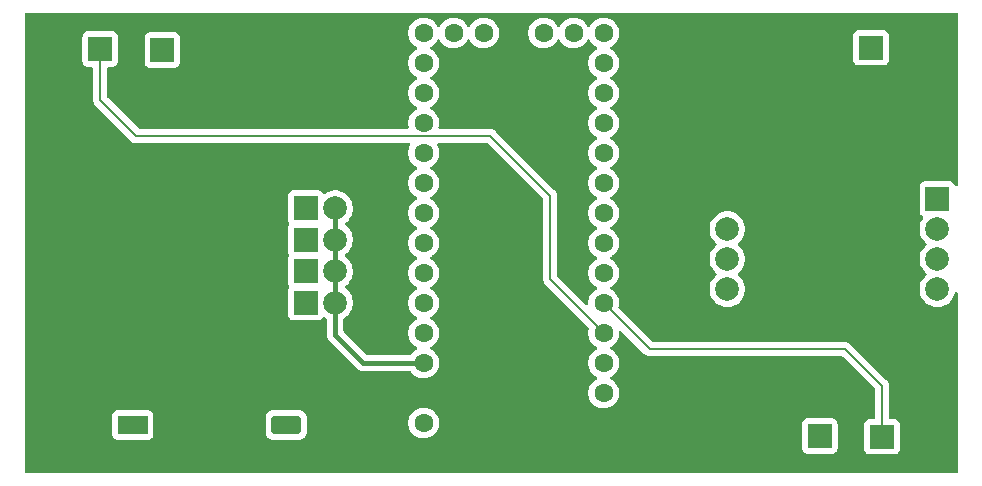
<source format=gbr>
%TF.GenerationSoftware,KiCad,Pcbnew,9.0.7*%
%TF.CreationDate,2026-02-07T11:06:05-07:00*%
%TF.ProjectId,PCB_v1,5043425f-7631-42e6-9b69-6361645f7063,rev?*%
%TF.SameCoordinates,Original*%
%TF.FileFunction,Copper,L2,Bot*%
%TF.FilePolarity,Positive*%
%FSLAX46Y46*%
G04 Gerber Fmt 4.6, Leading zero omitted, Abs format (unit mm)*
G04 Created by KiCad (PCBNEW 9.0.7) date 2026-02-07 11:06:05*
%MOMM*%
%LPD*%
G01*
G04 APERTURE LIST*
G04 Aperture macros list*
%AMRoundRect*
0 Rectangle with rounded corners*
0 $1 Rounding radius*
0 $2 $3 $4 $5 $6 $7 $8 $9 X,Y pos of 4 corners*
0 Add a 4 corners polygon primitive as box body*
4,1,4,$2,$3,$4,$5,$6,$7,$8,$9,$2,$3,0*
0 Add four circle primitives for the rounded corners*
1,1,$1+$1,$2,$3*
1,1,$1+$1,$4,$5*
1,1,$1+$1,$6,$7*
1,1,$1+$1,$8,$9*
0 Add four rect primitives between the rounded corners*
20,1,$1+$1,$2,$3,$4,$5,0*
20,1,$1+$1,$4,$5,$6,$7,0*
20,1,$1+$1,$6,$7,$8,$9,0*
20,1,$1+$1,$8,$9,$2,$3,0*%
G04 Aperture macros list end*
%TA.AperFunction,ComponentPad*%
%ADD10R,2.000000X2.000000*%
%TD*%
%TA.AperFunction,ComponentPad*%
%ADD11C,2.000000*%
%TD*%
%TA.AperFunction,ComponentPad*%
%ADD12C,1.600000*%
%TD*%
%TA.AperFunction,ComponentPad*%
%ADD13RoundRect,1.000000X-0.000010X0.000010X-0.000010X-0.000010X0.000010X-0.000010X0.000010X0.000010X0*%
%TD*%
%TA.AperFunction,ComponentPad*%
%ADD14R,2.500000X1.500000*%
%TD*%
%TA.AperFunction,ComponentPad*%
%ADD15RoundRect,0.150000X1.100000X0.600000X-1.100000X0.600000X-1.100000X-0.600000X1.100000X-0.600000X0*%
%TD*%
%TA.AperFunction,Conductor*%
%ADD16C,0.400000*%
%TD*%
%TA.AperFunction,Conductor*%
%ADD17C,0.200000*%
%TD*%
G04 APERTURE END LIST*
D10*
%TO.P,J7,1,Pin_1*%
%TO.N,/S_ESC_Right_3*%
X213100000Y-96408000D03*
%TD*%
%TO.P,J5,1,Pin_1*%
%TO.N,/12V*%
X207830000Y-96344500D03*
D11*
%TO.P,J5,2,Pin_2*%
%TO.N,/GND*%
X210370000Y-96344500D03*
%TD*%
D10*
%TO.P,J6,1,Pin_1*%
%TO.N,/S_ESC_Left_2*%
X146900000Y-63592000D03*
%TD*%
D12*
%TO.P,U1,1,GND*%
%TO.N,/GND*%
X189525000Y-95240000D03*
%TO.P,U1,2,0_RX1_CRX2_CS1*%
%TO.N,unconnected-(U1-0_RX1_CRX2_CS1-Pad2)*%
X189525000Y-92700000D03*
%TO.P,U1,3,1_TX1_CTX2_MISO1*%
%TO.N,unconnected-(U1-1_TX1_CTX2_MISO1-Pad3)*%
X189525000Y-90160000D03*
%TO.P,U1,4,2_OUT2*%
%TO.N,/S_ESC_Left_2*%
X189525000Y-87620000D03*
%TO.P,U1,5,3_LRCLK2*%
%TO.N,/S_ESC_Right_3*%
X189525000Y-85080000D03*
%TO.P,U1,6,4_BCLK2*%
%TO.N,unconnected-(U1-4_BCLK2-Pad6)*%
X189525000Y-82540000D03*
%TO.P,U1,7,5_IN2*%
%TO.N,unconnected-(U1-5_IN2-Pad7)*%
X189525000Y-80000000D03*
%TO.P,U1,8,6_OUT1D*%
%TO.N,unconnected-(U1-6_OUT1D-Pad8)*%
X189525000Y-77460000D03*
%TO.P,U1,9,7_RX2_OUT1A*%
%TO.N,unconnected-(U1-7_RX2_OUT1A-Pad9)*%
X189525000Y-74920000D03*
%TO.P,U1,10,8_TX2_IN1*%
%TO.N,unconnected-(U1-8_TX2_IN1-Pad10)*%
X189525000Y-72380000D03*
%TO.P,U1,11,9_OUT1C*%
%TO.N,unconnected-(U1-9_OUT1C-Pad11)*%
X189525000Y-69840000D03*
%TO.P,U1,12,10_CS_MQSR*%
%TO.N,unconnected-(U1-10_CS_MQSR-Pad12)*%
X189525000Y-67300000D03*
%TO.P,U1,13,11_MOSI_CTX1*%
%TO.N,/LED*%
X189525000Y-64760000D03*
%TO.P,U1,14,12_MISO_MQSL*%
%TO.N,unconnected-(U1-12_MISO_MQSL-Pad14)*%
X189525000Y-62220000D03*
%TO.P,U1,15,VBAT*%
%TO.N,unconnected-(U1-VBAT-Pad15)*%
X186985000Y-62220000D03*
%TO.P,U1,16,3V3*%
%TO.N,unconnected-(U1-3V3-Pad16)*%
X184445000Y-62220000D03*
%TO.P,U1,17,GND*%
%TO.N,/GND*%
X181905000Y-62220000D03*
%TO.P,U1,18,PROGRAM*%
%TO.N,unconnected-(U1-PROGRAM-Pad18)*%
X179365000Y-62220000D03*
%TO.P,U1,19,ON_OFF*%
%TO.N,unconnected-(U1-ON_OFF-Pad19)*%
X176825000Y-62220000D03*
%TO.P,U1,20,13_SCK_CRX1_LED*%
%TO.N,unconnected-(U1-13_SCK_CRX1_LED-Pad20)*%
X174285000Y-62220000D03*
%TO.P,U1,21,14_A0_TX3_SPDIF_OUT*%
%TO.N,unconnected-(U1-14_A0_TX3_SPDIF_OUT-Pad21)*%
X174285000Y-64760000D03*
%TO.P,U1,22,15_A1_RX3_SPDIF_IN*%
%TO.N,unconnected-(U1-15_A1_RX3_SPDIF_IN-Pad22)*%
X174285000Y-67300000D03*
%TO.P,U1,23,16_A2_RX4_SCL1*%
%TO.N,unconnected-(U1-16_A2_RX4_SCL1-Pad23)*%
X174285000Y-69840000D03*
%TO.P,U1,24,17_A3_TX4_SDA1*%
%TO.N,unconnected-(U1-17_A3_TX4_SDA1-Pad24)*%
X174285000Y-72380000D03*
%TO.P,U1,25,18_A4_SDA0*%
%TO.N,/SDA_18*%
X174285000Y-74920000D03*
%TO.P,U1,26,19_A5_SCL0*%
%TO.N,/SCL_19*%
X174285000Y-77460000D03*
%TO.P,U1,27,20_A6_TX5_LRCLK1*%
%TO.N,/CH4_20*%
X174285000Y-80000000D03*
%TO.P,U1,28,21_A7_RX5_BCLK1*%
%TO.N,/CH3_21*%
X174285000Y-82540000D03*
%TO.P,U1,29,22_A8_CTX1*%
%TO.N,/CH2_22*%
X174285000Y-85080000D03*
%TO.P,U1,30,23_A9_CRX1_MCLK1*%
%TO.N,/CH1_23*%
X174285000Y-87620000D03*
%TO.P,U1,31,3V3*%
%TO.N,/3.3V*%
X174285000Y-90160000D03*
%TO.P,U1,32,GND*%
%TO.N,/GND*%
X174285000Y-92700000D03*
%TO.P,U1,33,VIN*%
%TO.N,/5V*%
X174285000Y-95240000D03*
%TD*%
D10*
%TO.P,J4,1,Pin_1*%
%TO.N,/12V*%
X152170000Y-63655500D03*
D11*
%TO.P,J4,2,Pin_2*%
%TO.N,/GND*%
X149630000Y-63655500D03*
%TD*%
D10*
%TO.P,J8,1,Pin_1*%
%TO.N,/LED*%
X212170000Y-63465000D03*
D11*
%TO.P,J8,2,Pin_2*%
%TO.N,/GND*%
X209630000Y-63465000D03*
%TD*%
D10*
%TO.P,J1,1,Pin_1*%
%TO.N,unconnected-(J1-Pin_1-Pad1)*%
X217790000Y-76290000D03*
D13*
%TO.P,J1,2,Pin_2*%
%TO.N,unconnected-(J1-Pin_2-Pad2)*%
X217790000Y-78830000D03*
%TO.P,J1,3,Pin_3*%
%TO.N,unconnected-(J1-Pin_3-Pad3)*%
X217790000Y-81370000D03*
%TO.P,J1,4,Pin_4*%
%TO.N,unconnected-(J1-Pin_4-Pad4)*%
X217790000Y-83910000D03*
%TO.P,J1,5,Pin_5*%
%TO.N,/GND*%
X200010000Y-76290000D03*
%TO.P,J1,6,Pin_6*%
%TO.N,/3.3V*%
X200010000Y-78830000D03*
%TO.P,J1,7,Pin_7*%
%TO.N,/SDA_18*%
X200010000Y-81370000D03*
%TO.P,J1,8,Pin_8*%
%TO.N,/SCL_19*%
X200010000Y-83910000D03*
%TD*%
D14*
%TO.P,J3,1,Pin_1*%
%TO.N,/12V*%
X149650000Y-95400000D03*
D15*
%TO.P,J3,2,Pin_2*%
%TO.N,/GND*%
X149650000Y-88400000D03*
%TO.P,J3,3,Pin_3*%
%TO.N,/5V*%
X162650000Y-95400000D03*
%TO.P,J3,4,Pin_4*%
%TO.N,/GND*%
X162650000Y-88400000D03*
%TD*%
D10*
%TO.P,J2,1,Pin_1*%
%TO.N,/CH1_23*%
X164300000Y-85060000D03*
%TO.P,J2,2,Pin_2*%
%TO.N,/CH2_22*%
X164300000Y-82390000D03*
%TO.P,J2,3,Pin_3*%
%TO.N,/CH3_21*%
X164300000Y-79720000D03*
%TO.P,J2,4,Pin_4*%
%TO.N,/CH4_20*%
X164300000Y-77050000D03*
D11*
%TO.P,J2,5,Pin_5*%
%TO.N,/3.3V*%
X166800000Y-85060000D03*
%TO.P,J2,6,Pin_6*%
X166800000Y-82390000D03*
%TO.P,J2,7,Pin_7*%
X166800000Y-79720000D03*
%TO.P,J2,8,Pin_8*%
X166800000Y-77050000D03*
%TO.P,J2,9,Pin_9*%
%TO.N,/GND*%
X169300000Y-85060000D03*
%TO.P,J2,10,Pin_10*%
X169300000Y-82390000D03*
%TO.P,J2,11,Pin_11*%
X169300000Y-79720000D03*
%TO.P,J2,12,Pin_12*%
X169300000Y-77050000D03*
%TD*%
D16*
%TO.N,/3.3V*%
X169160000Y-90160000D02*
X174285000Y-90160000D01*
X166800000Y-87800000D02*
X166800000Y-77050000D01*
X166800000Y-87800000D02*
X169160000Y-90160000D01*
D17*
%TO.N,/S_ESC_Left_2*%
X185000000Y-76000000D02*
X179941000Y-70941000D01*
X189525000Y-87620000D02*
X185000000Y-83095000D01*
X149941000Y-70941000D02*
X146900000Y-67900000D01*
X185000000Y-83095000D02*
X185000000Y-76000000D01*
X179941000Y-70941000D02*
X149941000Y-70941000D01*
X146900000Y-67900000D02*
X146900000Y-63592000D01*
%TO.N,/S_ESC_Right_3*%
X213100000Y-96408000D02*
X213100000Y-92100000D01*
X210000000Y-89000000D02*
X193445000Y-89000000D01*
X213100000Y-92100000D02*
X210000000Y-89000000D01*
X193445000Y-89000000D02*
X189525000Y-85080000D01*
%TD*%
%TA.AperFunction,Conductor*%
%TO.N,/GND*%
G36*
X219442539Y-60520185D02*
G01*
X219488294Y-60572989D01*
X219499500Y-60624500D01*
X219499500Y-75072763D01*
X219479815Y-75139802D01*
X219427011Y-75185557D01*
X219357853Y-75195501D01*
X219294297Y-75166476D01*
X219259318Y-75116096D01*
X219233797Y-75047671D01*
X219233793Y-75047664D01*
X219147547Y-74932455D01*
X219147544Y-74932452D01*
X219032335Y-74846206D01*
X219032328Y-74846202D01*
X218897482Y-74795908D01*
X218897483Y-74795908D01*
X218837883Y-74789501D01*
X218837881Y-74789500D01*
X218837873Y-74789500D01*
X218837864Y-74789500D01*
X216742129Y-74789500D01*
X216742123Y-74789501D01*
X216682516Y-74795908D01*
X216547671Y-74846202D01*
X216547664Y-74846206D01*
X216432455Y-74932452D01*
X216432452Y-74932455D01*
X216346206Y-75047664D01*
X216346202Y-75047671D01*
X216295908Y-75182517D01*
X216289501Y-75242116D01*
X216289500Y-75242135D01*
X216289500Y-77337870D01*
X216289501Y-77337876D01*
X216295908Y-77397483D01*
X216346202Y-77532328D01*
X216346206Y-77532335D01*
X216432452Y-77647544D01*
X216432455Y-77647547D01*
X216547663Y-77733793D01*
X216553929Y-77737214D01*
X216603335Y-77786619D01*
X216618187Y-77854892D01*
X216593771Y-77920357D01*
X216589127Y-77926186D01*
X216564638Y-77955101D01*
X216564627Y-77955115D01*
X216437343Y-78168727D01*
X216437343Y-78168728D01*
X216346953Y-78400374D01*
X216346950Y-78400384D01*
X216295919Y-78643761D01*
X216295918Y-78643764D01*
X216289500Y-78747149D01*
X216289500Y-78912850D01*
X216295918Y-79016235D01*
X216295919Y-79016238D01*
X216346950Y-79259615D01*
X216346953Y-79259625D01*
X216437342Y-79491269D01*
X216437344Y-79491273D01*
X216503268Y-79601908D01*
X216564639Y-79704902D01*
X216725348Y-79894649D01*
X216725350Y-79894651D01*
X216856084Y-80005378D01*
X216894519Y-80063727D01*
X216895306Y-80133592D01*
X216858197Y-80192792D01*
X216856084Y-80194622D01*
X216725350Y-80305348D01*
X216725348Y-80305350D01*
X216564639Y-80495097D01*
X216437342Y-80708730D01*
X216346953Y-80940374D01*
X216346950Y-80940384D01*
X216295919Y-81183761D01*
X216295918Y-81183764D01*
X216289500Y-81287149D01*
X216289500Y-81452850D01*
X216295918Y-81556235D01*
X216295919Y-81556238D01*
X216346950Y-81799615D01*
X216346953Y-81799625D01*
X216437342Y-82031269D01*
X216437344Y-82031273D01*
X216441729Y-82038632D01*
X216564639Y-82244902D01*
X216725348Y-82434649D01*
X216725350Y-82434651D01*
X216856084Y-82545378D01*
X216894519Y-82603727D01*
X216895306Y-82673592D01*
X216858197Y-82732792D01*
X216856084Y-82734622D01*
X216725350Y-82845348D01*
X216725348Y-82845350D01*
X216564639Y-83035097D01*
X216437342Y-83248730D01*
X216346953Y-83480374D01*
X216346950Y-83480384D01*
X216295919Y-83723761D01*
X216295918Y-83723764D01*
X216289500Y-83827149D01*
X216289500Y-83992850D01*
X216295918Y-84096235D01*
X216295919Y-84096238D01*
X216346950Y-84339615D01*
X216346953Y-84339625D01*
X216437342Y-84571269D01*
X216437344Y-84571273D01*
X216519192Y-84708632D01*
X216564639Y-84784902D01*
X216725348Y-84974649D01*
X216725350Y-84974651D01*
X216915097Y-85135360D01*
X216915103Y-85135363D01*
X216915106Y-85135366D01*
X217128727Y-85262656D01*
X217128730Y-85262657D01*
X217360374Y-85353046D01*
X217360381Y-85353048D01*
X217360386Y-85353050D01*
X217603763Y-85404081D01*
X217707158Y-85410500D01*
X217707169Y-85410500D01*
X217872831Y-85410500D01*
X217872842Y-85410500D01*
X217976237Y-85404081D01*
X218219614Y-85353050D01*
X218219621Y-85353046D01*
X218219625Y-85353046D01*
X218298980Y-85322080D01*
X218451273Y-85262656D01*
X218664894Y-85135366D01*
X218664898Y-85135361D01*
X218664902Y-85135360D01*
X218854649Y-84974651D01*
X218854651Y-84974649D01*
X219015360Y-84784902D01*
X219015361Y-84784898D01*
X219015366Y-84784894D01*
X219142656Y-84571273D01*
X219202080Y-84418980D01*
X219233046Y-84339625D01*
X219233046Y-84339621D01*
X219233050Y-84339614D01*
X219254139Y-84239032D01*
X219287162Y-84177461D01*
X219348232Y-84143516D01*
X219417959Y-84147977D01*
X219474206Y-84189427D01*
X219499114Y-84254706D01*
X219499500Y-84264481D01*
X219499500Y-99375500D01*
X219479815Y-99442539D01*
X219427011Y-99488294D01*
X219375500Y-99499500D01*
X140624500Y-99499500D01*
X140557461Y-99479815D01*
X140511706Y-99427011D01*
X140500500Y-99375500D01*
X140500500Y-94602135D01*
X147899500Y-94602135D01*
X147899500Y-96197870D01*
X147899501Y-96197876D01*
X147905908Y-96257483D01*
X147956202Y-96392328D01*
X147956206Y-96392335D01*
X148042452Y-96507544D01*
X148042455Y-96507547D01*
X148157664Y-96593793D01*
X148157671Y-96593797D01*
X148292517Y-96644091D01*
X148292516Y-96644091D01*
X148299444Y-96644835D01*
X148352127Y-96650500D01*
X150947872Y-96650499D01*
X151007483Y-96644091D01*
X151142331Y-96593796D01*
X151257546Y-96507546D01*
X151343796Y-96392331D01*
X151394091Y-96257483D01*
X151400500Y-96197873D01*
X151400499Y-94734298D01*
X160899500Y-94734298D01*
X160899500Y-96065701D01*
X160902401Y-96102567D01*
X160902402Y-96102573D01*
X160948254Y-96260393D01*
X160948255Y-96260396D01*
X161031917Y-96401862D01*
X161031923Y-96401870D01*
X161148129Y-96518076D01*
X161148133Y-96518079D01*
X161148135Y-96518081D01*
X161289602Y-96601744D01*
X161331224Y-96613836D01*
X161447426Y-96647597D01*
X161447429Y-96647597D01*
X161447431Y-96647598D01*
X161484306Y-96650500D01*
X161484314Y-96650500D01*
X163815686Y-96650500D01*
X163815694Y-96650500D01*
X163852569Y-96647598D01*
X163852571Y-96647597D01*
X163852573Y-96647597D01*
X163894191Y-96635505D01*
X164010398Y-96601744D01*
X164151865Y-96518081D01*
X164268081Y-96401865D01*
X164351744Y-96260398D01*
X164397598Y-96102569D01*
X164400500Y-96065694D01*
X164400500Y-95137648D01*
X172984500Y-95137648D01*
X172984500Y-95342352D01*
X172987316Y-95360129D01*
X173016522Y-95544534D01*
X173079781Y-95739223D01*
X173172715Y-95921613D01*
X173293028Y-96087213D01*
X173437786Y-96231971D01*
X173592749Y-96344556D01*
X173603390Y-96352287D01*
X173700692Y-96401865D01*
X173785776Y-96445218D01*
X173785778Y-96445218D01*
X173785781Y-96445220D01*
X173890137Y-96479127D01*
X173980465Y-96508477D01*
X174081557Y-96524488D01*
X174182648Y-96540500D01*
X174182649Y-96540500D01*
X174387351Y-96540500D01*
X174387352Y-96540500D01*
X174589534Y-96508477D01*
X174784219Y-96445220D01*
X174966610Y-96352287D01*
X175059590Y-96284732D01*
X175132213Y-96231971D01*
X175132215Y-96231968D01*
X175132219Y-96231966D01*
X175276966Y-96087219D01*
X175276968Y-96087215D01*
X175276971Y-96087213D01*
X175329732Y-96014590D01*
X175397287Y-95921610D01*
X175490220Y-95739219D01*
X175553477Y-95544534D01*
X175585500Y-95342352D01*
X175585500Y-95296635D01*
X206329500Y-95296635D01*
X206329500Y-97392370D01*
X206329501Y-97392376D01*
X206335908Y-97451983D01*
X206386202Y-97586828D01*
X206386206Y-97586835D01*
X206472452Y-97702044D01*
X206472455Y-97702047D01*
X206587664Y-97788293D01*
X206587671Y-97788297D01*
X206722517Y-97838591D01*
X206722516Y-97838591D01*
X206729444Y-97839335D01*
X206782127Y-97845000D01*
X208877872Y-97844999D01*
X208937483Y-97838591D01*
X209072331Y-97788296D01*
X209187546Y-97702046D01*
X209273796Y-97586831D01*
X209324091Y-97451983D01*
X209330500Y-97392373D01*
X209330499Y-95296628D01*
X209324091Y-95237017D01*
X209273796Y-95102169D01*
X209273795Y-95102168D01*
X209273793Y-95102164D01*
X209187547Y-94986955D01*
X209187544Y-94986952D01*
X209072335Y-94900706D01*
X209072328Y-94900702D01*
X208937482Y-94850408D01*
X208937483Y-94850408D01*
X208877883Y-94844001D01*
X208877881Y-94844000D01*
X208877873Y-94844000D01*
X208877864Y-94844000D01*
X206782129Y-94844000D01*
X206782123Y-94844001D01*
X206722516Y-94850408D01*
X206587671Y-94900702D01*
X206587664Y-94900706D01*
X206472455Y-94986952D01*
X206472452Y-94986955D01*
X206386206Y-95102164D01*
X206386202Y-95102171D01*
X206335908Y-95237017D01*
X206329501Y-95296616D01*
X206329501Y-95296623D01*
X206329500Y-95296635D01*
X175585500Y-95296635D01*
X175585500Y-95137648D01*
X175558029Y-94964204D01*
X175553477Y-94935465D01*
X175490218Y-94740776D01*
X175419573Y-94602129D01*
X175397287Y-94558390D01*
X175383637Y-94539602D01*
X175276971Y-94392786D01*
X175132213Y-94248028D01*
X174966613Y-94127715D01*
X174966612Y-94127714D01*
X174966610Y-94127713D01*
X174909653Y-94098691D01*
X174784223Y-94034781D01*
X174589534Y-93971522D01*
X174414995Y-93943878D01*
X174387352Y-93939500D01*
X174182648Y-93939500D01*
X174158329Y-93943351D01*
X173980465Y-93971522D01*
X173785776Y-94034781D01*
X173603386Y-94127715D01*
X173437786Y-94248028D01*
X173293028Y-94392786D01*
X173172715Y-94558386D01*
X173079781Y-94740776D01*
X173016522Y-94935465D01*
X172998310Y-95050454D01*
X172984500Y-95137648D01*
X164400500Y-95137648D01*
X164400500Y-94734306D01*
X164397598Y-94697431D01*
X164351744Y-94539602D01*
X164268081Y-94398135D01*
X164268079Y-94398133D01*
X164268076Y-94398129D01*
X164151870Y-94281923D01*
X164151862Y-94281917D01*
X164010396Y-94198255D01*
X164010393Y-94198254D01*
X163852573Y-94152402D01*
X163852567Y-94152401D01*
X163815701Y-94149500D01*
X163815694Y-94149500D01*
X161484306Y-94149500D01*
X161484298Y-94149500D01*
X161447432Y-94152401D01*
X161447426Y-94152402D01*
X161289606Y-94198254D01*
X161289603Y-94198255D01*
X161148137Y-94281917D01*
X161148129Y-94281923D01*
X161031923Y-94398129D01*
X161031917Y-94398137D01*
X160948255Y-94539603D01*
X160948254Y-94539606D01*
X160902402Y-94697426D01*
X160902401Y-94697432D01*
X160899500Y-94734298D01*
X151400499Y-94734298D01*
X151400499Y-94602128D01*
X151394091Y-94542517D01*
X151393005Y-94539606D01*
X151343797Y-94407671D01*
X151343793Y-94407664D01*
X151257547Y-94292455D01*
X151257544Y-94292452D01*
X151142335Y-94206206D01*
X151142328Y-94206202D01*
X151007482Y-94155908D01*
X151007483Y-94155908D01*
X150947883Y-94149501D01*
X150947881Y-94149500D01*
X150947873Y-94149500D01*
X150947864Y-94149500D01*
X148352129Y-94149500D01*
X148352123Y-94149501D01*
X148292516Y-94155908D01*
X148157671Y-94206202D01*
X148157664Y-94206206D01*
X148042455Y-94292452D01*
X148042452Y-94292455D01*
X147956206Y-94407664D01*
X147956202Y-94407671D01*
X147905908Y-94542517D01*
X147904202Y-94558390D01*
X147899501Y-94602123D01*
X147899500Y-94602135D01*
X140500500Y-94602135D01*
X140500500Y-62544135D01*
X145399500Y-62544135D01*
X145399500Y-64639870D01*
X145399501Y-64639876D01*
X145405908Y-64699483D01*
X145456202Y-64834328D01*
X145456206Y-64834335D01*
X145542452Y-64949544D01*
X145542455Y-64949547D01*
X145657664Y-65035793D01*
X145657671Y-65035797D01*
X145702618Y-65052561D01*
X145792517Y-65086091D01*
X145852127Y-65092500D01*
X146175500Y-65092499D01*
X146242539Y-65112183D01*
X146288294Y-65164987D01*
X146299500Y-65216499D01*
X146299500Y-67813330D01*
X146299499Y-67813348D01*
X146299499Y-67979054D01*
X146299498Y-67979054D01*
X146299499Y-67979057D01*
X146340423Y-68131785D01*
X146344038Y-68138047D01*
X146349332Y-68147217D01*
X146349334Y-68147219D01*
X146419477Y-68268712D01*
X146419481Y-68268717D01*
X146538349Y-68387585D01*
X146538355Y-68387590D01*
X149456139Y-71305374D01*
X149456149Y-71305385D01*
X149460479Y-71309715D01*
X149460480Y-71309716D01*
X149572284Y-71421520D01*
X149572286Y-71421521D01*
X149572290Y-71421524D01*
X149709209Y-71500573D01*
X149709216Y-71500577D01*
X149821019Y-71530534D01*
X149861942Y-71541500D01*
X149861943Y-71541500D01*
X173050303Y-71541500D01*
X173117342Y-71561185D01*
X173163097Y-71613989D01*
X173173041Y-71683147D01*
X173160788Y-71721795D01*
X173079781Y-71880776D01*
X173016522Y-72075465D01*
X172984500Y-72277648D01*
X172984500Y-72482351D01*
X173016522Y-72684534D01*
X173079781Y-72879223D01*
X173172715Y-73061613D01*
X173293028Y-73227213D01*
X173437786Y-73371971D01*
X173592749Y-73484556D01*
X173603390Y-73492287D01*
X173694840Y-73538883D01*
X173696080Y-73539515D01*
X173746876Y-73587490D01*
X173763671Y-73655311D01*
X173741134Y-73721446D01*
X173696080Y-73760485D01*
X173603386Y-73807715D01*
X173437786Y-73928028D01*
X173293028Y-74072786D01*
X173172715Y-74238386D01*
X173079781Y-74420776D01*
X173016522Y-74615465D01*
X172984500Y-74817648D01*
X172984500Y-75022351D01*
X173016522Y-75224534D01*
X173079781Y-75419223D01*
X173172715Y-75601613D01*
X173293028Y-75767213D01*
X173437786Y-75911971D01*
X173561878Y-76002127D01*
X173603390Y-76032287D01*
X173682287Y-76072487D01*
X173696080Y-76079515D01*
X173746876Y-76127490D01*
X173763671Y-76195311D01*
X173741134Y-76261446D01*
X173696080Y-76300485D01*
X173603386Y-76347715D01*
X173437786Y-76468028D01*
X173293028Y-76612786D01*
X173172715Y-76778386D01*
X173079781Y-76960776D01*
X173016522Y-77155465D01*
X172984500Y-77357648D01*
X172984500Y-77562351D01*
X173016522Y-77764534D01*
X173079781Y-77959223D01*
X173172715Y-78141613D01*
X173293028Y-78307213D01*
X173437786Y-78451971D01*
X173592749Y-78564556D01*
X173603390Y-78572287D01*
X173670001Y-78606227D01*
X173696080Y-78619515D01*
X173746876Y-78667490D01*
X173763671Y-78735311D01*
X173741134Y-78801446D01*
X173696080Y-78840485D01*
X173603386Y-78887715D01*
X173437786Y-79008028D01*
X173293028Y-79152786D01*
X173172715Y-79318386D01*
X173079781Y-79500776D01*
X173016522Y-79695465D01*
X172984500Y-79897648D01*
X172984500Y-80102351D01*
X173016522Y-80304534D01*
X173079781Y-80499223D01*
X173172715Y-80681613D01*
X173293028Y-80847213D01*
X173437786Y-80991971D01*
X173586462Y-81099988D01*
X173603390Y-81112287D01*
X173672831Y-81147669D01*
X173696080Y-81159515D01*
X173746876Y-81207490D01*
X173763671Y-81275311D01*
X173741134Y-81341446D01*
X173696080Y-81380485D01*
X173603386Y-81427715D01*
X173437786Y-81548028D01*
X173293028Y-81692786D01*
X173172715Y-81858386D01*
X173079781Y-82040776D01*
X173016522Y-82235465D01*
X172984500Y-82437648D01*
X172984500Y-82642351D01*
X173016522Y-82844534D01*
X173079781Y-83039223D01*
X173143691Y-83164653D01*
X173148483Y-83174057D01*
X173172715Y-83221613D01*
X173293028Y-83387213D01*
X173437786Y-83531971D01*
X173575927Y-83632334D01*
X173603390Y-83652287D01*
X173694840Y-83698883D01*
X173696080Y-83699515D01*
X173746876Y-83747490D01*
X173763671Y-83815311D01*
X173741134Y-83881446D01*
X173696080Y-83920485D01*
X173603386Y-83967715D01*
X173437786Y-84088028D01*
X173293028Y-84232786D01*
X173172715Y-84398386D01*
X173079781Y-84580776D01*
X173016522Y-84775465D01*
X172984500Y-84977648D01*
X172984500Y-85182351D01*
X173016522Y-85384534D01*
X173079781Y-85579223D01*
X173172715Y-85761613D01*
X173293028Y-85927213D01*
X173437786Y-86071971D01*
X173569250Y-86167483D01*
X173603390Y-86192287D01*
X173694840Y-86238883D01*
X173696080Y-86239515D01*
X173746876Y-86287490D01*
X173763671Y-86355311D01*
X173741134Y-86421446D01*
X173696080Y-86460485D01*
X173603386Y-86507715D01*
X173437786Y-86628028D01*
X173293028Y-86772786D01*
X173172715Y-86938386D01*
X173079781Y-87120776D01*
X173016522Y-87315465D01*
X172984500Y-87517648D01*
X172984500Y-87722351D01*
X173016522Y-87924534D01*
X173079781Y-88119223D01*
X173172715Y-88301613D01*
X173293028Y-88467213D01*
X173437786Y-88611971D01*
X173592749Y-88724556D01*
X173603390Y-88732287D01*
X173694840Y-88778883D01*
X173696080Y-88779515D01*
X173746876Y-88827490D01*
X173763671Y-88895311D01*
X173741134Y-88961446D01*
X173696080Y-89000485D01*
X173603386Y-89047715D01*
X173437786Y-89168028D01*
X173293030Y-89312784D01*
X173223575Y-89408384D01*
X173168245Y-89451051D01*
X173123256Y-89459500D01*
X169501519Y-89459500D01*
X169434480Y-89439815D01*
X169413838Y-89423181D01*
X167536819Y-87546162D01*
X167503334Y-87484839D01*
X167500500Y-87458481D01*
X167500500Y-86463115D01*
X167520185Y-86396076D01*
X167568205Y-86352630D01*
X167586433Y-86343343D01*
X167777510Y-86204517D01*
X167944517Y-86037510D01*
X168083343Y-85846433D01*
X168190568Y-85635992D01*
X168263553Y-85411368D01*
X168283774Y-85283697D01*
X168300500Y-85178097D01*
X168300500Y-84941902D01*
X168263553Y-84708631D01*
X168229689Y-84604412D01*
X168190568Y-84484008D01*
X168190566Y-84484005D01*
X168190566Y-84484003D01*
X168116996Y-84339615D01*
X168083343Y-84273567D01*
X167944517Y-84082490D01*
X167777510Y-83915483D01*
X167653406Y-83825316D01*
X167610743Y-83769988D01*
X167604764Y-83700375D01*
X167637370Y-83638580D01*
X167653403Y-83624686D01*
X167777510Y-83534517D01*
X167944517Y-83367510D01*
X168083343Y-83176433D01*
X168190568Y-82965992D01*
X168263553Y-82741368D01*
X168274288Y-82673592D01*
X168300500Y-82508097D01*
X168300500Y-82271902D01*
X168263553Y-82038631D01*
X168229689Y-81934412D01*
X168190568Y-81814008D01*
X168190566Y-81814005D01*
X168190566Y-81814003D01*
X168083342Y-81603566D01*
X168048956Y-81556238D01*
X167944517Y-81412490D01*
X167777510Y-81245483D01*
X167653406Y-81155316D01*
X167610743Y-81099988D01*
X167604764Y-81030375D01*
X167637370Y-80968580D01*
X167653403Y-80954686D01*
X167777510Y-80864517D01*
X167944517Y-80697510D01*
X168083343Y-80506433D01*
X168190568Y-80295992D01*
X168263553Y-80071368D01*
X168264763Y-80063727D01*
X168300500Y-79838097D01*
X168300500Y-79601902D01*
X168263553Y-79368631D01*
X168228131Y-79259614D01*
X168190568Y-79144008D01*
X168190566Y-79144005D01*
X168190566Y-79144003D01*
X168083342Y-78933566D01*
X168050029Y-78887715D01*
X167944517Y-78742490D01*
X167777510Y-78575483D01*
X167653406Y-78485316D01*
X167610743Y-78429988D01*
X167604764Y-78360375D01*
X167637370Y-78298580D01*
X167653403Y-78284686D01*
X167777510Y-78194517D01*
X167944517Y-78027510D01*
X168083343Y-77836433D01*
X168190568Y-77625992D01*
X168263553Y-77401368D01*
X168274936Y-77329500D01*
X168300500Y-77168097D01*
X168300500Y-76931902D01*
X168263553Y-76698631D01*
X168190566Y-76474003D01*
X168134002Y-76362991D01*
X168083343Y-76263567D01*
X167944517Y-76072490D01*
X167777510Y-75905483D01*
X167586433Y-75766657D01*
X167375996Y-75659433D01*
X167151368Y-75586446D01*
X166918097Y-75549500D01*
X166918092Y-75549500D01*
X166681908Y-75549500D01*
X166681903Y-75549500D01*
X166448631Y-75586446D01*
X166224003Y-75659433D01*
X166013563Y-75766659D01*
X165917841Y-75836205D01*
X165852035Y-75859685D01*
X165783981Y-75843859D01*
X165745690Y-75810198D01*
X165657547Y-75692455D01*
X165657544Y-75692452D01*
X165542335Y-75606206D01*
X165542328Y-75606202D01*
X165407482Y-75555908D01*
X165407483Y-75555908D01*
X165347883Y-75549501D01*
X165347881Y-75549500D01*
X165347873Y-75549500D01*
X165347864Y-75549500D01*
X163252129Y-75549500D01*
X163252123Y-75549501D01*
X163192516Y-75555908D01*
X163057671Y-75606202D01*
X163057664Y-75606206D01*
X162942455Y-75692452D01*
X162942452Y-75692455D01*
X162856206Y-75807664D01*
X162856202Y-75807671D01*
X162805908Y-75942517D01*
X162799501Y-76002116D01*
X162799500Y-76002135D01*
X162799500Y-78097870D01*
X162799501Y-78097876D01*
X162805908Y-78157483D01*
X162856202Y-78292328D01*
X162856205Y-78292334D01*
X162869947Y-78310691D01*
X162894363Y-78376156D01*
X162879510Y-78444429D01*
X162869947Y-78459309D01*
X162856205Y-78477665D01*
X162856202Y-78477671D01*
X162805908Y-78612517D01*
X162799501Y-78672116D01*
X162799500Y-78672135D01*
X162799500Y-80767870D01*
X162799501Y-80767876D01*
X162805908Y-80827483D01*
X162856202Y-80962328D01*
X162856205Y-80962334D01*
X162869947Y-80980691D01*
X162894363Y-81046156D01*
X162879510Y-81114429D01*
X162869947Y-81129309D01*
X162856205Y-81147665D01*
X162856202Y-81147671D01*
X162805908Y-81282517D01*
X162799501Y-81342116D01*
X162799500Y-81342135D01*
X162799500Y-83437870D01*
X162799501Y-83437876D01*
X162805908Y-83497483D01*
X162856202Y-83632328D01*
X162856205Y-83632334D01*
X162869947Y-83650691D01*
X162894363Y-83716156D01*
X162879510Y-83784429D01*
X162869947Y-83799309D01*
X162856205Y-83817665D01*
X162856202Y-83817671D01*
X162805908Y-83952517D01*
X162799501Y-84012116D01*
X162799500Y-84012135D01*
X162799500Y-86107870D01*
X162799501Y-86107876D01*
X162805908Y-86167483D01*
X162856202Y-86302328D01*
X162856206Y-86302335D01*
X162942452Y-86417544D01*
X162942455Y-86417547D01*
X163057664Y-86503793D01*
X163057671Y-86503797D01*
X163192517Y-86554091D01*
X163192516Y-86554091D01*
X163199444Y-86554835D01*
X163252127Y-86560500D01*
X165347872Y-86560499D01*
X165407483Y-86554091D01*
X165542331Y-86503796D01*
X165657546Y-86417546D01*
X165743796Y-86302331D01*
X165743796Y-86302328D01*
X165745689Y-86299801D01*
X165750720Y-86296034D01*
X165753486Y-86290391D01*
X165778352Y-86275349D01*
X165801623Y-86257930D01*
X165807892Y-86257481D01*
X165813270Y-86254229D01*
X165842322Y-86255019D01*
X165871315Y-86252946D01*
X165878416Y-86256001D01*
X165883113Y-86256129D01*
X165907254Y-86268408D01*
X165914807Y-86271658D01*
X165916338Y-86272702D01*
X166013567Y-86343343D01*
X166038830Y-86356215D01*
X166045351Y-86360661D01*
X166062697Y-86381815D01*
X166082590Y-86400603D01*
X166084799Y-86408770D01*
X166089653Y-86414690D01*
X166092099Y-86435757D01*
X166099500Y-86463115D01*
X166099500Y-87731006D01*
X166099500Y-87868994D01*
X166099500Y-87868996D01*
X166099499Y-87868996D01*
X166126418Y-88004322D01*
X166126421Y-88004332D01*
X166179222Y-88131807D01*
X166255887Y-88246545D01*
X168713454Y-90704112D01*
X168828192Y-90780777D01*
X168955667Y-90833578D01*
X168955672Y-90833580D01*
X168955676Y-90833580D01*
X168955677Y-90833581D01*
X169091003Y-90860500D01*
X169091006Y-90860500D01*
X169091007Y-90860500D01*
X173123256Y-90860500D01*
X173190295Y-90880185D01*
X173223575Y-90911616D01*
X173293030Y-91007215D01*
X173437786Y-91151971D01*
X173592749Y-91264556D01*
X173603390Y-91272287D01*
X173696080Y-91319515D01*
X173785776Y-91365218D01*
X173785778Y-91365218D01*
X173785781Y-91365220D01*
X173890137Y-91399127D01*
X173980465Y-91428477D01*
X173999697Y-91431523D01*
X174182648Y-91460500D01*
X174182649Y-91460500D01*
X174387351Y-91460500D01*
X174387352Y-91460500D01*
X174589534Y-91428477D01*
X174784219Y-91365220D01*
X174966610Y-91272287D01*
X175059590Y-91204732D01*
X175132213Y-91151971D01*
X175132215Y-91151968D01*
X175132219Y-91151966D01*
X175276966Y-91007219D01*
X175276968Y-91007215D01*
X175276971Y-91007213D01*
X175346425Y-90911616D01*
X175397287Y-90841610D01*
X175490220Y-90659219D01*
X175553477Y-90464534D01*
X175585500Y-90262352D01*
X175585500Y-90057648D01*
X175553477Y-89855466D01*
X175490220Y-89660781D01*
X175490218Y-89660778D01*
X175490218Y-89660776D01*
X175423909Y-89530639D01*
X175397287Y-89478390D01*
X175357176Y-89423181D01*
X175276971Y-89312786D01*
X175132213Y-89168028D01*
X174966614Y-89047715D01*
X174960006Y-89044348D01*
X174873917Y-89000483D01*
X174823123Y-88952511D01*
X174806328Y-88884690D01*
X174828865Y-88818555D01*
X174873917Y-88779516D01*
X174966610Y-88732287D01*
X174987770Y-88716913D01*
X175132213Y-88611971D01*
X175132215Y-88611968D01*
X175132219Y-88611966D01*
X175276966Y-88467219D01*
X175276968Y-88467215D01*
X175276971Y-88467213D01*
X175352553Y-88363181D01*
X175397287Y-88301610D01*
X175490220Y-88119219D01*
X175553477Y-87924534D01*
X175585500Y-87722352D01*
X175585500Y-87517648D01*
X175584264Y-87509843D01*
X175553477Y-87315465D01*
X175490218Y-87120776D01*
X175456503Y-87054607D01*
X175397287Y-86938390D01*
X175389556Y-86927749D01*
X175276971Y-86772786D01*
X175132213Y-86628028D01*
X174966614Y-86507715D01*
X174958917Y-86503793D01*
X174873917Y-86460483D01*
X174823123Y-86412511D01*
X174806328Y-86344690D01*
X174828865Y-86278555D01*
X174873917Y-86239516D01*
X174966610Y-86192287D01*
X175082793Y-86107876D01*
X175132213Y-86071971D01*
X175132215Y-86071968D01*
X175132219Y-86071966D01*
X175276966Y-85927219D01*
X175276968Y-85927215D01*
X175276971Y-85927213D01*
X175335660Y-85846433D01*
X175397287Y-85761610D01*
X175490220Y-85579219D01*
X175553477Y-85384534D01*
X175585500Y-85182352D01*
X175585500Y-84977648D01*
X175553477Y-84775466D01*
X175490220Y-84580781D01*
X175490218Y-84580778D01*
X175490218Y-84580776D01*
X175456503Y-84514607D01*
X175397287Y-84398390D01*
X175389556Y-84387749D01*
X175276971Y-84232786D01*
X175132213Y-84088028D01*
X174966614Y-83967715D01*
X174924441Y-83946227D01*
X174873917Y-83920483D01*
X174823123Y-83872511D01*
X174806328Y-83804690D01*
X174828865Y-83738555D01*
X174873917Y-83699516D01*
X174966610Y-83652287D01*
X175051718Y-83590453D01*
X175132213Y-83531971D01*
X175132215Y-83531968D01*
X175132219Y-83531966D01*
X175276966Y-83387219D01*
X175276968Y-83387215D01*
X175276971Y-83387213D01*
X175377583Y-83248730D01*
X175397287Y-83221610D01*
X175490220Y-83039219D01*
X175553477Y-82844534D01*
X175585500Y-82642352D01*
X175585500Y-82437648D01*
X175553477Y-82235466D01*
X175490220Y-82040781D01*
X175490218Y-82040778D01*
X175490218Y-82040776D01*
X175456503Y-81974607D01*
X175397287Y-81858390D01*
X175365042Y-81814008D01*
X175276971Y-81692786D01*
X175132213Y-81548028D01*
X174966614Y-81427715D01*
X174936727Y-81412487D01*
X174873917Y-81380483D01*
X174823123Y-81332511D01*
X174806328Y-81264690D01*
X174828865Y-81198555D01*
X174873917Y-81159516D01*
X174966610Y-81112287D01*
X175034626Y-81062871D01*
X175132213Y-80991971D01*
X175132215Y-80991968D01*
X175132219Y-80991966D01*
X175276966Y-80847219D01*
X175276968Y-80847215D01*
X175276971Y-80847213D01*
X175377583Y-80708730D01*
X175397287Y-80681610D01*
X175490220Y-80499219D01*
X175553477Y-80304534D01*
X175585500Y-80102352D01*
X175585500Y-79897648D01*
X175553477Y-79695466D01*
X175490220Y-79500781D01*
X175490218Y-79500778D01*
X175490218Y-79500776D01*
X175456503Y-79434607D01*
X175397287Y-79318390D01*
X175389556Y-79307749D01*
X175276971Y-79152786D01*
X175132213Y-79008028D01*
X174966614Y-78887715D01*
X174903822Y-78855721D01*
X174873917Y-78840483D01*
X174823123Y-78792511D01*
X174806328Y-78724690D01*
X174828865Y-78658555D01*
X174873917Y-78619516D01*
X174966610Y-78572287D01*
X175051718Y-78510453D01*
X175132213Y-78451971D01*
X175132215Y-78451968D01*
X175132219Y-78451966D01*
X175276966Y-78307219D01*
X175276968Y-78307215D01*
X175276971Y-78307213D01*
X175377583Y-78168730D01*
X175397287Y-78141610D01*
X175490220Y-77959219D01*
X175553477Y-77764534D01*
X175585500Y-77562352D01*
X175585500Y-77357648D01*
X175553477Y-77155466D01*
X175490220Y-76960781D01*
X175490218Y-76960778D01*
X175490218Y-76960776D01*
X175456503Y-76894607D01*
X175397287Y-76778390D01*
X175389556Y-76767749D01*
X175276971Y-76612786D01*
X175132213Y-76468028D01*
X174966614Y-76347715D01*
X174960006Y-76344348D01*
X174873917Y-76300483D01*
X174823123Y-76252511D01*
X174806328Y-76184690D01*
X174828865Y-76118555D01*
X174873917Y-76079516D01*
X174966610Y-76032287D01*
X175090169Y-75942517D01*
X175132213Y-75911971D01*
X175132215Y-75911968D01*
X175132219Y-75911966D01*
X175276966Y-75767219D01*
X175276968Y-75767215D01*
X175276971Y-75767213D01*
X175331285Y-75692455D01*
X175397287Y-75601610D01*
X175490220Y-75419219D01*
X175553477Y-75224534D01*
X175585500Y-75022352D01*
X175585500Y-74817648D01*
X175553477Y-74615466D01*
X175490220Y-74420781D01*
X175490218Y-74420778D01*
X175490218Y-74420776D01*
X175456503Y-74354607D01*
X175397287Y-74238390D01*
X175389556Y-74227749D01*
X175276971Y-74072786D01*
X175132213Y-73928028D01*
X174966614Y-73807715D01*
X174960006Y-73804348D01*
X174873917Y-73760483D01*
X174823123Y-73712511D01*
X174806328Y-73644690D01*
X174828865Y-73578555D01*
X174873917Y-73539516D01*
X174966610Y-73492287D01*
X174987770Y-73476913D01*
X175132213Y-73371971D01*
X175132215Y-73371968D01*
X175132219Y-73371966D01*
X175276966Y-73227219D01*
X175276968Y-73227215D01*
X175276971Y-73227213D01*
X175329732Y-73154590D01*
X175397287Y-73061610D01*
X175490220Y-72879219D01*
X175553477Y-72684534D01*
X175585500Y-72482352D01*
X175585500Y-72277648D01*
X175553477Y-72075466D01*
X175490220Y-71880781D01*
X175490218Y-71880778D01*
X175490218Y-71880776D01*
X175409212Y-71721795D01*
X175396316Y-71653126D01*
X175422592Y-71588386D01*
X175479698Y-71548128D01*
X175519697Y-71541500D01*
X179640903Y-71541500D01*
X179707942Y-71561185D01*
X179728584Y-71577819D01*
X184363181Y-76212416D01*
X184396666Y-76273739D01*
X184399500Y-76300097D01*
X184399500Y-83008330D01*
X184399499Y-83008348D01*
X184399499Y-83174054D01*
X184399498Y-83174054D01*
X184440424Y-83326789D01*
X184440425Y-83326790D01*
X184457276Y-83355976D01*
X184457277Y-83355977D01*
X184519477Y-83463712D01*
X184519481Y-83463717D01*
X184638349Y-83582585D01*
X184638355Y-83582590D01*
X188230922Y-87175157D01*
X188264407Y-87236480D01*
X188261173Y-87301155D01*
X188256522Y-87315468D01*
X188224500Y-87517648D01*
X188224500Y-87722351D01*
X188256522Y-87924534D01*
X188319781Y-88119223D01*
X188412715Y-88301613D01*
X188533028Y-88467213D01*
X188677786Y-88611971D01*
X188832749Y-88724556D01*
X188843390Y-88732287D01*
X188934840Y-88778883D01*
X188936080Y-88779515D01*
X188986876Y-88827490D01*
X189003671Y-88895311D01*
X188981134Y-88961446D01*
X188936080Y-89000485D01*
X188843386Y-89047715D01*
X188677786Y-89168028D01*
X188533028Y-89312786D01*
X188412715Y-89478386D01*
X188319781Y-89660776D01*
X188256522Y-89855465D01*
X188224500Y-90057648D01*
X188224500Y-90262351D01*
X188256522Y-90464534D01*
X188319781Y-90659223D01*
X188342655Y-90704114D01*
X188408620Y-90833578D01*
X188412715Y-90841613D01*
X188533028Y-91007213D01*
X188677786Y-91151971D01*
X188832749Y-91264556D01*
X188843390Y-91272287D01*
X188934840Y-91318883D01*
X188936080Y-91319515D01*
X188986876Y-91367490D01*
X189003671Y-91435311D01*
X188981134Y-91501446D01*
X188936080Y-91540485D01*
X188843386Y-91587715D01*
X188677786Y-91708028D01*
X188533028Y-91852786D01*
X188412715Y-92018386D01*
X188319781Y-92200776D01*
X188256522Y-92395465D01*
X188224500Y-92597648D01*
X188224500Y-92802351D01*
X188256522Y-93004534D01*
X188319781Y-93199223D01*
X188412715Y-93381613D01*
X188533028Y-93547213D01*
X188677786Y-93691971D01*
X188832749Y-93804556D01*
X188843390Y-93812287D01*
X188959607Y-93871503D01*
X189025776Y-93905218D01*
X189025778Y-93905218D01*
X189025781Y-93905220D01*
X189130137Y-93939127D01*
X189220465Y-93968477D01*
X189239697Y-93971523D01*
X189422648Y-94000500D01*
X189422649Y-94000500D01*
X189627351Y-94000500D01*
X189627352Y-94000500D01*
X189829534Y-93968477D01*
X190024219Y-93905220D01*
X190206610Y-93812287D01*
X190299590Y-93744732D01*
X190372213Y-93691971D01*
X190372215Y-93691968D01*
X190372219Y-93691966D01*
X190516966Y-93547219D01*
X190516968Y-93547215D01*
X190516971Y-93547213D01*
X190569732Y-93474590D01*
X190637287Y-93381610D01*
X190730220Y-93199219D01*
X190793477Y-93004534D01*
X190825500Y-92802352D01*
X190825500Y-92597648D01*
X190793477Y-92395465D01*
X190730218Y-92200776D01*
X190696503Y-92134607D01*
X190637287Y-92018390D01*
X190629556Y-92007749D01*
X190516971Y-91852786D01*
X190372213Y-91708028D01*
X190206614Y-91587715D01*
X190200006Y-91584348D01*
X190113917Y-91540483D01*
X190063123Y-91492511D01*
X190046328Y-91424690D01*
X190068865Y-91358555D01*
X190113917Y-91319516D01*
X190206610Y-91272287D01*
X190227770Y-91256913D01*
X190372213Y-91151971D01*
X190372215Y-91151968D01*
X190372219Y-91151966D01*
X190516966Y-91007219D01*
X190516968Y-91007215D01*
X190516971Y-91007213D01*
X190586425Y-90911616D01*
X190637287Y-90841610D01*
X190730220Y-90659219D01*
X190793477Y-90464534D01*
X190825500Y-90262352D01*
X190825500Y-90057648D01*
X190793477Y-89855466D01*
X190730220Y-89660781D01*
X190730218Y-89660778D01*
X190730218Y-89660776D01*
X190663909Y-89530639D01*
X190637287Y-89478390D01*
X190597176Y-89423181D01*
X190516971Y-89312786D01*
X190372213Y-89168028D01*
X190206614Y-89047715D01*
X190200006Y-89044348D01*
X190113917Y-89000483D01*
X190063123Y-88952511D01*
X190046328Y-88884690D01*
X190068865Y-88818555D01*
X190113917Y-88779516D01*
X190206610Y-88732287D01*
X190227770Y-88716913D01*
X190372213Y-88611971D01*
X190372215Y-88611968D01*
X190372219Y-88611966D01*
X190516966Y-88467219D01*
X190516968Y-88467215D01*
X190516971Y-88467213D01*
X190592553Y-88363181D01*
X190637287Y-88301610D01*
X190730220Y-88119219D01*
X190793477Y-87924534D01*
X190825500Y-87722352D01*
X190825500Y-87529097D01*
X190845185Y-87462058D01*
X190897989Y-87416303D01*
X190967147Y-87406359D01*
X191030703Y-87435384D01*
X191037181Y-87441416D01*
X192960139Y-89364374D01*
X192960149Y-89364385D01*
X192964479Y-89368715D01*
X192964480Y-89368716D01*
X193076284Y-89480520D01*
X193163095Y-89530639D01*
X193163097Y-89530641D01*
X193201151Y-89552611D01*
X193213215Y-89559577D01*
X193365943Y-89600500D01*
X193524057Y-89600500D01*
X209699903Y-89600500D01*
X209766942Y-89620185D01*
X209787584Y-89636819D01*
X212463181Y-92312416D01*
X212496666Y-92373739D01*
X212499500Y-92400097D01*
X212499500Y-94783500D01*
X212479815Y-94850539D01*
X212427011Y-94896294D01*
X212375500Y-94907500D01*
X212052130Y-94907500D01*
X212052123Y-94907501D01*
X211992516Y-94913908D01*
X211857671Y-94964202D01*
X211857664Y-94964206D01*
X211742455Y-95050452D01*
X211742452Y-95050455D01*
X211656206Y-95165664D01*
X211656202Y-95165671D01*
X211605908Y-95300517D01*
X211601411Y-95342351D01*
X211599501Y-95360123D01*
X211599500Y-95360135D01*
X211599500Y-97455870D01*
X211599501Y-97455876D01*
X211605908Y-97515483D01*
X211656202Y-97650328D01*
X211656206Y-97650335D01*
X211742452Y-97765544D01*
X211742455Y-97765547D01*
X211857664Y-97851793D01*
X211857671Y-97851797D01*
X211992517Y-97902091D01*
X211992516Y-97902091D01*
X211999444Y-97902835D01*
X212052127Y-97908500D01*
X214147872Y-97908499D01*
X214207483Y-97902091D01*
X214342331Y-97851796D01*
X214457546Y-97765546D01*
X214543796Y-97650331D01*
X214594091Y-97515483D01*
X214600500Y-97455873D01*
X214600499Y-95360128D01*
X214594091Y-95300517D01*
X214592640Y-95296628D01*
X214543797Y-95165671D01*
X214543793Y-95165664D01*
X214457547Y-95050455D01*
X214457544Y-95050452D01*
X214342335Y-94964206D01*
X214342328Y-94964202D01*
X214207482Y-94913908D01*
X214207483Y-94913908D01*
X214147883Y-94907501D01*
X214147881Y-94907500D01*
X214147873Y-94907500D01*
X214147865Y-94907500D01*
X213824500Y-94907500D01*
X213757461Y-94887815D01*
X213711706Y-94835011D01*
X213700500Y-94783500D01*
X213700500Y-92189059D01*
X213700501Y-92189046D01*
X213700501Y-92020945D01*
X213700501Y-92020943D01*
X213659577Y-91868215D01*
X213602329Y-91769059D01*
X213580520Y-91731284D01*
X213468716Y-91619480D01*
X213468713Y-91619478D01*
X210487590Y-88638355D01*
X210487588Y-88638352D01*
X210368717Y-88519481D01*
X210368716Y-88519480D01*
X210281904Y-88469360D01*
X210281904Y-88469359D01*
X210281900Y-88469358D01*
X210231785Y-88440423D01*
X210079057Y-88399499D01*
X209920943Y-88399499D01*
X209913347Y-88399499D01*
X209913331Y-88399500D01*
X193745097Y-88399500D01*
X193678058Y-88379815D01*
X193657416Y-88363181D01*
X190819077Y-85524842D01*
X190785592Y-85463519D01*
X190788828Y-85398841D01*
X190793477Y-85384534D01*
X190825500Y-85182352D01*
X190825500Y-84977648D01*
X190793477Y-84775466D01*
X190730220Y-84580781D01*
X190730218Y-84580778D01*
X190730218Y-84580776D01*
X190696503Y-84514607D01*
X190637287Y-84398390D01*
X190629556Y-84387749D01*
X190516971Y-84232786D01*
X190372213Y-84088028D01*
X190206614Y-83967715D01*
X190164441Y-83946227D01*
X190113917Y-83920483D01*
X190063123Y-83872511D01*
X190046328Y-83804690D01*
X190068865Y-83738555D01*
X190113917Y-83699516D01*
X190206610Y-83652287D01*
X190291718Y-83590453D01*
X190372213Y-83531971D01*
X190372215Y-83531968D01*
X190372219Y-83531966D01*
X190516966Y-83387219D01*
X190516968Y-83387215D01*
X190516971Y-83387213D01*
X190617583Y-83248730D01*
X190637287Y-83221610D01*
X190730220Y-83039219D01*
X190793477Y-82844534D01*
X190825500Y-82642352D01*
X190825500Y-82437648D01*
X190793477Y-82235466D01*
X190730220Y-82040781D01*
X190730218Y-82040778D01*
X190730218Y-82040776D01*
X190696503Y-81974607D01*
X190637287Y-81858390D01*
X190605042Y-81814008D01*
X190516971Y-81692786D01*
X190372213Y-81548028D01*
X190206614Y-81427715D01*
X190176727Y-81412487D01*
X190113917Y-81380483D01*
X190063123Y-81332511D01*
X190046328Y-81264690D01*
X190068865Y-81198555D01*
X190113917Y-81159516D01*
X190206610Y-81112287D01*
X190274626Y-81062871D01*
X190372213Y-80991971D01*
X190372215Y-80991968D01*
X190372219Y-80991966D01*
X190516966Y-80847219D01*
X190516968Y-80847215D01*
X190516971Y-80847213D01*
X190617583Y-80708730D01*
X190637287Y-80681610D01*
X190730220Y-80499219D01*
X190793477Y-80304534D01*
X190825500Y-80102352D01*
X190825500Y-79897648D01*
X190793477Y-79695466D01*
X190730220Y-79500781D01*
X190730218Y-79500778D01*
X190730218Y-79500776D01*
X190696503Y-79434607D01*
X190637287Y-79318390D01*
X190629556Y-79307749D01*
X190516971Y-79152786D01*
X190372213Y-79008028D01*
X190206611Y-78887713D01*
X190143822Y-78855721D01*
X190113917Y-78840483D01*
X190063123Y-78792510D01*
X190051890Y-78747149D01*
X198509500Y-78747149D01*
X198509500Y-78912850D01*
X198515918Y-79016235D01*
X198515919Y-79016238D01*
X198566950Y-79259615D01*
X198566953Y-79259625D01*
X198657342Y-79491269D01*
X198657344Y-79491273D01*
X198723268Y-79601908D01*
X198784639Y-79704902D01*
X198945348Y-79894649D01*
X198945350Y-79894651D01*
X199076084Y-80005378D01*
X199114519Y-80063727D01*
X199115306Y-80133592D01*
X199078197Y-80192792D01*
X199076084Y-80194622D01*
X198945350Y-80305348D01*
X198945348Y-80305350D01*
X198784639Y-80495097D01*
X198657342Y-80708730D01*
X198566953Y-80940374D01*
X198566950Y-80940384D01*
X198515919Y-81183761D01*
X198515918Y-81183764D01*
X198509500Y-81287149D01*
X198509500Y-81452850D01*
X198515918Y-81556235D01*
X198515919Y-81556238D01*
X198566950Y-81799615D01*
X198566953Y-81799625D01*
X198657342Y-82031269D01*
X198657344Y-82031273D01*
X198661729Y-82038632D01*
X198784639Y-82244902D01*
X198945348Y-82434649D01*
X198945350Y-82434651D01*
X199076084Y-82545378D01*
X199114519Y-82603727D01*
X199115306Y-82673592D01*
X199078197Y-82732792D01*
X199076084Y-82734622D01*
X198945350Y-82845348D01*
X198945348Y-82845350D01*
X198784639Y-83035097D01*
X198657342Y-83248730D01*
X198566953Y-83480374D01*
X198566950Y-83480384D01*
X198515919Y-83723761D01*
X198515918Y-83723764D01*
X198509500Y-83827149D01*
X198509500Y-83992850D01*
X198515918Y-84096235D01*
X198515919Y-84096238D01*
X198566950Y-84339615D01*
X198566953Y-84339625D01*
X198657342Y-84571269D01*
X198657344Y-84571273D01*
X198739192Y-84708632D01*
X198784639Y-84784902D01*
X198945348Y-84974649D01*
X198945350Y-84974651D01*
X199135097Y-85135360D01*
X199135103Y-85135363D01*
X199135106Y-85135366D01*
X199348727Y-85262656D01*
X199348730Y-85262657D01*
X199580374Y-85353046D01*
X199580381Y-85353048D01*
X199580386Y-85353050D01*
X199823763Y-85404081D01*
X199927158Y-85410500D01*
X199927169Y-85410500D01*
X200092831Y-85410500D01*
X200092842Y-85410500D01*
X200196237Y-85404081D01*
X200439614Y-85353050D01*
X200439621Y-85353046D01*
X200439625Y-85353046D01*
X200518980Y-85322080D01*
X200671273Y-85262656D01*
X200884894Y-85135366D01*
X200884898Y-85135361D01*
X200884902Y-85135360D01*
X201074649Y-84974651D01*
X201074651Y-84974649D01*
X201235360Y-84784902D01*
X201235361Y-84784898D01*
X201235366Y-84784894D01*
X201362656Y-84571273D01*
X201422080Y-84418980D01*
X201453046Y-84339625D01*
X201453046Y-84339621D01*
X201453050Y-84339614D01*
X201504081Y-84096237D01*
X201510500Y-83992842D01*
X201510500Y-83827158D01*
X201504081Y-83723763D01*
X201453050Y-83480386D01*
X201453048Y-83480381D01*
X201453046Y-83480374D01*
X201362657Y-83248730D01*
X201362656Y-83248727D01*
X201235366Y-83035106D01*
X201235363Y-83035103D01*
X201235360Y-83035097D01*
X201074651Y-82845350D01*
X201074650Y-82845349D01*
X200943915Y-82734622D01*
X200905480Y-82676274D01*
X200904693Y-82606409D01*
X200941802Y-82547208D01*
X200943915Y-82545378D01*
X201074650Y-82434650D01*
X201074651Y-82434649D01*
X201235360Y-82244902D01*
X201235361Y-82244898D01*
X201235366Y-82244894D01*
X201362656Y-82031273D01*
X201422080Y-81878980D01*
X201453046Y-81799625D01*
X201453046Y-81799621D01*
X201453050Y-81799614D01*
X201504081Y-81556237D01*
X201510500Y-81452842D01*
X201510500Y-81287158D01*
X201504081Y-81183763D01*
X201453050Y-80940386D01*
X201453048Y-80940381D01*
X201453046Y-80940374D01*
X201362657Y-80708730D01*
X201362656Y-80708727D01*
X201235366Y-80495106D01*
X201235363Y-80495103D01*
X201235360Y-80495097D01*
X201074651Y-80305350D01*
X201074650Y-80305349D01*
X200943915Y-80194622D01*
X200905480Y-80136274D01*
X200904693Y-80066409D01*
X200941802Y-80007208D01*
X200943915Y-80005378D01*
X201074650Y-79894650D01*
X201074651Y-79894649D01*
X201235360Y-79704902D01*
X201235361Y-79704898D01*
X201235366Y-79704894D01*
X201362656Y-79491273D01*
X201422080Y-79338980D01*
X201453046Y-79259625D01*
X201453046Y-79259621D01*
X201453050Y-79259614D01*
X201504081Y-79016237D01*
X201510500Y-78912842D01*
X201510500Y-78747158D01*
X201504081Y-78643763D01*
X201453050Y-78400386D01*
X201453048Y-78400381D01*
X201453046Y-78400374D01*
X201362657Y-78168730D01*
X201362656Y-78168728D01*
X201362656Y-78168727D01*
X201235366Y-77955106D01*
X201235363Y-77955103D01*
X201235360Y-77955097D01*
X201074651Y-77765350D01*
X201074649Y-77765348D01*
X200884902Y-77604639D01*
X200813935Y-77562352D01*
X200671273Y-77477344D01*
X200671271Y-77477343D01*
X200671269Y-77477342D01*
X200439625Y-77386953D01*
X200439615Y-77386950D01*
X200196238Y-77335919D01*
X200196235Y-77335918D01*
X200092850Y-77329500D01*
X200092842Y-77329500D01*
X199927158Y-77329500D01*
X199927149Y-77329500D01*
X199823764Y-77335918D01*
X199823761Y-77335919D01*
X199580384Y-77386950D01*
X199580374Y-77386953D01*
X199348730Y-77477342D01*
X199135097Y-77604639D01*
X198945350Y-77765348D01*
X198945348Y-77765350D01*
X198784639Y-77955097D01*
X198657342Y-78168730D01*
X198566953Y-78400374D01*
X198566950Y-78400384D01*
X198515919Y-78643761D01*
X198515918Y-78643764D01*
X198509500Y-78747149D01*
X190051890Y-78747149D01*
X190046328Y-78724689D01*
X190068866Y-78658554D01*
X190113917Y-78619516D01*
X190206610Y-78572287D01*
X190291718Y-78510453D01*
X190372213Y-78451971D01*
X190372215Y-78451968D01*
X190372219Y-78451966D01*
X190516966Y-78307219D01*
X190516968Y-78307215D01*
X190516971Y-78307213D01*
X190617583Y-78168730D01*
X190637287Y-78141610D01*
X190730220Y-77959219D01*
X190793477Y-77764534D01*
X190825500Y-77562352D01*
X190825500Y-77357648D01*
X190793477Y-77155466D01*
X190730220Y-76960781D01*
X190730218Y-76960778D01*
X190730218Y-76960776D01*
X190696503Y-76894607D01*
X190637287Y-76778390D01*
X190629556Y-76767749D01*
X190516971Y-76612786D01*
X190372213Y-76468028D01*
X190206614Y-76347715D01*
X190200006Y-76344348D01*
X190113917Y-76300483D01*
X190063123Y-76252511D01*
X190046328Y-76184690D01*
X190068865Y-76118555D01*
X190113917Y-76079516D01*
X190206610Y-76032287D01*
X190330169Y-75942517D01*
X190372213Y-75911971D01*
X190372215Y-75911968D01*
X190372219Y-75911966D01*
X190516966Y-75767219D01*
X190516968Y-75767215D01*
X190516971Y-75767213D01*
X190571285Y-75692455D01*
X190637287Y-75601610D01*
X190730220Y-75419219D01*
X190793477Y-75224534D01*
X190825500Y-75022352D01*
X190825500Y-74817648D01*
X190793477Y-74615466D01*
X190730220Y-74420781D01*
X190730218Y-74420778D01*
X190730218Y-74420776D01*
X190696503Y-74354607D01*
X190637287Y-74238390D01*
X190629556Y-74227749D01*
X190516971Y-74072786D01*
X190372213Y-73928028D01*
X190206614Y-73807715D01*
X190200006Y-73804348D01*
X190113917Y-73760483D01*
X190063123Y-73712511D01*
X190046328Y-73644690D01*
X190068865Y-73578555D01*
X190113917Y-73539516D01*
X190206610Y-73492287D01*
X190227770Y-73476913D01*
X190372213Y-73371971D01*
X190372215Y-73371968D01*
X190372219Y-73371966D01*
X190516966Y-73227219D01*
X190516968Y-73227215D01*
X190516971Y-73227213D01*
X190569732Y-73154590D01*
X190637287Y-73061610D01*
X190730220Y-72879219D01*
X190793477Y-72684534D01*
X190825500Y-72482352D01*
X190825500Y-72277648D01*
X190793477Y-72075466D01*
X190730220Y-71880781D01*
X190730218Y-71880778D01*
X190730218Y-71880776D01*
X190649212Y-71721795D01*
X190637287Y-71698390D01*
X190575967Y-71613989D01*
X190516971Y-71532786D01*
X190372213Y-71388028D01*
X190206614Y-71267715D01*
X190200006Y-71264348D01*
X190113917Y-71220483D01*
X190063123Y-71172511D01*
X190046328Y-71104690D01*
X190068865Y-71038555D01*
X190113917Y-70999516D01*
X190206610Y-70952287D01*
X190227770Y-70936913D01*
X190372213Y-70831971D01*
X190372215Y-70831968D01*
X190372219Y-70831966D01*
X190516966Y-70687219D01*
X190516968Y-70687215D01*
X190516971Y-70687213D01*
X190600470Y-70572284D01*
X190637287Y-70521610D01*
X190730220Y-70339219D01*
X190793477Y-70144534D01*
X190825500Y-69942352D01*
X190825500Y-69737648D01*
X190793477Y-69535466D01*
X190730220Y-69340781D01*
X190730218Y-69340778D01*
X190730218Y-69340776D01*
X190696503Y-69274607D01*
X190637287Y-69158390D01*
X190629556Y-69147749D01*
X190516971Y-68992786D01*
X190372213Y-68848028D01*
X190206614Y-68727715D01*
X190200006Y-68724348D01*
X190113917Y-68680483D01*
X190063123Y-68632511D01*
X190046328Y-68564690D01*
X190068865Y-68498555D01*
X190113917Y-68459516D01*
X190206610Y-68412287D01*
X190250334Y-68380520D01*
X190372213Y-68291971D01*
X190372215Y-68291968D01*
X190372219Y-68291966D01*
X190516966Y-68147219D01*
X190516968Y-68147215D01*
X190516971Y-68147213D01*
X190569732Y-68074590D01*
X190637287Y-67981610D01*
X190730220Y-67799219D01*
X190793477Y-67604534D01*
X190825500Y-67402352D01*
X190825500Y-67197648D01*
X190793477Y-66995466D01*
X190730220Y-66800781D01*
X190730218Y-66800778D01*
X190730218Y-66800776D01*
X190696503Y-66734607D01*
X190637287Y-66618390D01*
X190629556Y-66607749D01*
X190516971Y-66452786D01*
X190372213Y-66308028D01*
X190206614Y-66187715D01*
X190200006Y-66184348D01*
X190113917Y-66140483D01*
X190063123Y-66092511D01*
X190046328Y-66024690D01*
X190068865Y-65958555D01*
X190113917Y-65919516D01*
X190206610Y-65872287D01*
X190227770Y-65856913D01*
X190372213Y-65751971D01*
X190372215Y-65751968D01*
X190372219Y-65751966D01*
X190516966Y-65607219D01*
X190516968Y-65607215D01*
X190516971Y-65607213D01*
X190569732Y-65534590D01*
X190637287Y-65441610D01*
X190730220Y-65259219D01*
X190793477Y-65064534D01*
X190825500Y-64862352D01*
X190825500Y-64657648D01*
X190793477Y-64455466D01*
X190730220Y-64260781D01*
X190730218Y-64260778D01*
X190730218Y-64260776D01*
X190696503Y-64194607D01*
X190637287Y-64078390D01*
X190629556Y-64067749D01*
X190516971Y-63912786D01*
X190372213Y-63768028D01*
X190206614Y-63647715D01*
X190200006Y-63644348D01*
X190113917Y-63600483D01*
X190063123Y-63552511D01*
X190046328Y-63484690D01*
X190068865Y-63418555D01*
X190113917Y-63379516D01*
X190206610Y-63332287D01*
X190227770Y-63316913D01*
X190372213Y-63211971D01*
X190372215Y-63211968D01*
X190372219Y-63211966D01*
X190516966Y-63067219D01*
X190516968Y-63067215D01*
X190516971Y-63067213D01*
X190569732Y-62994590D01*
X190637287Y-62901610D01*
X190730220Y-62719219D01*
X190793477Y-62524534D01*
X190810488Y-62417135D01*
X210669500Y-62417135D01*
X210669500Y-64512870D01*
X210669501Y-64512876D01*
X210675908Y-64572483D01*
X210726202Y-64707328D01*
X210726206Y-64707335D01*
X210812452Y-64822544D01*
X210812455Y-64822547D01*
X210927664Y-64908793D01*
X210927671Y-64908797D01*
X211062517Y-64959091D01*
X211062516Y-64959091D01*
X211069444Y-64959835D01*
X211122127Y-64965500D01*
X213217872Y-64965499D01*
X213277483Y-64959091D01*
X213412331Y-64908796D01*
X213527546Y-64822546D01*
X213613796Y-64707331D01*
X213664091Y-64572483D01*
X213670500Y-64512873D01*
X213670499Y-62417128D01*
X213664091Y-62357517D01*
X213650975Y-62322352D01*
X213613797Y-62222671D01*
X213613793Y-62222664D01*
X213527547Y-62107455D01*
X213527544Y-62107452D01*
X213412335Y-62021206D01*
X213412328Y-62021202D01*
X213277482Y-61970908D01*
X213277483Y-61970908D01*
X213217883Y-61964501D01*
X213217881Y-61964500D01*
X213217873Y-61964500D01*
X213217864Y-61964500D01*
X211122129Y-61964500D01*
X211122123Y-61964501D01*
X211062516Y-61970908D01*
X210927671Y-62021202D01*
X210927664Y-62021206D01*
X210812455Y-62107452D01*
X210812452Y-62107455D01*
X210726206Y-62222664D01*
X210726202Y-62222671D01*
X210675908Y-62357517D01*
X210669925Y-62413171D01*
X210669501Y-62417123D01*
X210669500Y-62417135D01*
X190810488Y-62417135D01*
X190825500Y-62322352D01*
X190825500Y-62117648D01*
X190821359Y-62091501D01*
X190793477Y-61915465D01*
X190730218Y-61720776D01*
X190684515Y-61631080D01*
X190637287Y-61538390D01*
X190629556Y-61527749D01*
X190516971Y-61372786D01*
X190372213Y-61228028D01*
X190206613Y-61107715D01*
X190206612Y-61107714D01*
X190206610Y-61107713D01*
X190149653Y-61078691D01*
X190024223Y-61014781D01*
X189829534Y-60951522D01*
X189654995Y-60923878D01*
X189627352Y-60919500D01*
X189422648Y-60919500D01*
X189398329Y-60923351D01*
X189220465Y-60951522D01*
X189025776Y-61014781D01*
X188843386Y-61107715D01*
X188677786Y-61228028D01*
X188533028Y-61372786D01*
X188412715Y-61538386D01*
X188365485Y-61631080D01*
X188317510Y-61681876D01*
X188249689Y-61698671D01*
X188183554Y-61676134D01*
X188144515Y-61631080D01*
X188143883Y-61629840D01*
X188097287Y-61538390D01*
X188089556Y-61527749D01*
X187976971Y-61372786D01*
X187832213Y-61228028D01*
X187666613Y-61107715D01*
X187666612Y-61107714D01*
X187666610Y-61107713D01*
X187609653Y-61078691D01*
X187484223Y-61014781D01*
X187289534Y-60951522D01*
X187114995Y-60923878D01*
X187087352Y-60919500D01*
X186882648Y-60919500D01*
X186858329Y-60923351D01*
X186680465Y-60951522D01*
X186485776Y-61014781D01*
X186303386Y-61107715D01*
X186137786Y-61228028D01*
X185993028Y-61372786D01*
X185872715Y-61538386D01*
X185825485Y-61631080D01*
X185777510Y-61681876D01*
X185709689Y-61698671D01*
X185643554Y-61676134D01*
X185604515Y-61631080D01*
X185603883Y-61629840D01*
X185557287Y-61538390D01*
X185549556Y-61527749D01*
X185436971Y-61372786D01*
X185292213Y-61228028D01*
X185126613Y-61107715D01*
X185126612Y-61107714D01*
X185126610Y-61107713D01*
X185069653Y-61078691D01*
X184944223Y-61014781D01*
X184749534Y-60951522D01*
X184574995Y-60923878D01*
X184547352Y-60919500D01*
X184342648Y-60919500D01*
X184318329Y-60923351D01*
X184140465Y-60951522D01*
X183945776Y-61014781D01*
X183763386Y-61107715D01*
X183597786Y-61228028D01*
X183453028Y-61372786D01*
X183332715Y-61538386D01*
X183239781Y-61720776D01*
X183176522Y-61915465D01*
X183144500Y-62117648D01*
X183144500Y-62322351D01*
X183176522Y-62524534D01*
X183239781Y-62719223D01*
X183332715Y-62901613D01*
X183453028Y-63067213D01*
X183597786Y-63211971D01*
X183752749Y-63324556D01*
X183763390Y-63332287D01*
X183856080Y-63379515D01*
X183945776Y-63425218D01*
X183945778Y-63425218D01*
X183945781Y-63425220D01*
X184050137Y-63459127D01*
X184140465Y-63488477D01*
X184159697Y-63491523D01*
X184342648Y-63520500D01*
X184342649Y-63520500D01*
X184547351Y-63520500D01*
X184547352Y-63520500D01*
X184749534Y-63488477D01*
X184944219Y-63425220D01*
X185126610Y-63332287D01*
X185219590Y-63264732D01*
X185292213Y-63211971D01*
X185292215Y-63211968D01*
X185292219Y-63211966D01*
X185436966Y-63067219D01*
X185436968Y-63067215D01*
X185436971Y-63067213D01*
X185557284Y-62901614D01*
X185557285Y-62901613D01*
X185557287Y-62901610D01*
X185604516Y-62808917D01*
X185652489Y-62758123D01*
X185720310Y-62741328D01*
X185786445Y-62763865D01*
X185825485Y-62808919D01*
X185872715Y-62901614D01*
X185993028Y-63067213D01*
X186137786Y-63211971D01*
X186292749Y-63324556D01*
X186303390Y-63332287D01*
X186396080Y-63379515D01*
X186485776Y-63425218D01*
X186485778Y-63425218D01*
X186485781Y-63425220D01*
X186590137Y-63459127D01*
X186680465Y-63488477D01*
X186699697Y-63491523D01*
X186882648Y-63520500D01*
X186882649Y-63520500D01*
X187087351Y-63520500D01*
X187087352Y-63520500D01*
X187289534Y-63488477D01*
X187484219Y-63425220D01*
X187666610Y-63332287D01*
X187759590Y-63264732D01*
X187832213Y-63211971D01*
X187832215Y-63211968D01*
X187832219Y-63211966D01*
X187976966Y-63067219D01*
X187976968Y-63067215D01*
X187976971Y-63067213D01*
X188097284Y-62901614D01*
X188097285Y-62901613D01*
X188097287Y-62901610D01*
X188144516Y-62808917D01*
X188192489Y-62758123D01*
X188260310Y-62741328D01*
X188326445Y-62763865D01*
X188365485Y-62808919D01*
X188412715Y-62901614D01*
X188533028Y-63067213D01*
X188677786Y-63211971D01*
X188832749Y-63324556D01*
X188843390Y-63332287D01*
X188934840Y-63378883D01*
X188936080Y-63379515D01*
X188986876Y-63427490D01*
X189003671Y-63495311D01*
X188981134Y-63561446D01*
X188936080Y-63600485D01*
X188843386Y-63647715D01*
X188677786Y-63768028D01*
X188533028Y-63912786D01*
X188412715Y-64078386D01*
X188319781Y-64260776D01*
X188256522Y-64455465D01*
X188224500Y-64657648D01*
X188224500Y-64862351D01*
X188256522Y-65064534D01*
X188319781Y-65259223D01*
X188412715Y-65441613D01*
X188533028Y-65607213D01*
X188677786Y-65751971D01*
X188832749Y-65864556D01*
X188843390Y-65872287D01*
X188934840Y-65918883D01*
X188936080Y-65919515D01*
X188986876Y-65967490D01*
X189003671Y-66035311D01*
X188981134Y-66101446D01*
X188936080Y-66140485D01*
X188843386Y-66187715D01*
X188677786Y-66308028D01*
X188533028Y-66452786D01*
X188412715Y-66618386D01*
X188319781Y-66800776D01*
X188256522Y-66995465D01*
X188224500Y-67197648D01*
X188224500Y-67402351D01*
X188256522Y-67604534D01*
X188319781Y-67799223D01*
X188383691Y-67924653D01*
X188411412Y-67979057D01*
X188412715Y-67981613D01*
X188533028Y-68147213D01*
X188677786Y-68291971D01*
X188799666Y-68380520D01*
X188843390Y-68412287D01*
X188934840Y-68458883D01*
X188936080Y-68459515D01*
X188986876Y-68507490D01*
X189003671Y-68575311D01*
X188981134Y-68641446D01*
X188936080Y-68680485D01*
X188843386Y-68727715D01*
X188677786Y-68848028D01*
X188533028Y-68992786D01*
X188412715Y-69158386D01*
X188319781Y-69340776D01*
X188256522Y-69535465D01*
X188224500Y-69737648D01*
X188224500Y-69942351D01*
X188256522Y-70144534D01*
X188319781Y-70339223D01*
X188412715Y-70521613D01*
X188533028Y-70687213D01*
X188677786Y-70831971D01*
X188832749Y-70944556D01*
X188843390Y-70952287D01*
X188934840Y-70998883D01*
X188936080Y-70999515D01*
X188986876Y-71047490D01*
X189003671Y-71115311D01*
X188981134Y-71181446D01*
X188936080Y-71220485D01*
X188843386Y-71267715D01*
X188677786Y-71388028D01*
X188533028Y-71532786D01*
X188412715Y-71698386D01*
X188319781Y-71880776D01*
X188256522Y-72075465D01*
X188224500Y-72277648D01*
X188224500Y-72482351D01*
X188256522Y-72684534D01*
X188319781Y-72879223D01*
X188412715Y-73061613D01*
X188533028Y-73227213D01*
X188677786Y-73371971D01*
X188832749Y-73484556D01*
X188843390Y-73492287D01*
X188934840Y-73538883D01*
X188936080Y-73539515D01*
X188986876Y-73587490D01*
X189003671Y-73655311D01*
X188981134Y-73721446D01*
X188936080Y-73760485D01*
X188843386Y-73807715D01*
X188677786Y-73928028D01*
X188533028Y-74072786D01*
X188412715Y-74238386D01*
X188319781Y-74420776D01*
X188256522Y-74615465D01*
X188224500Y-74817648D01*
X188224500Y-75022351D01*
X188256522Y-75224534D01*
X188319781Y-75419223D01*
X188412715Y-75601613D01*
X188533028Y-75767213D01*
X188677786Y-75911971D01*
X188801878Y-76002127D01*
X188843390Y-76032287D01*
X188922287Y-76072487D01*
X188936080Y-76079515D01*
X188986876Y-76127490D01*
X189003671Y-76195311D01*
X188981134Y-76261446D01*
X188936080Y-76300485D01*
X188843386Y-76347715D01*
X188677786Y-76468028D01*
X188533028Y-76612786D01*
X188412715Y-76778386D01*
X188319781Y-76960776D01*
X188256522Y-77155465D01*
X188224500Y-77357648D01*
X188224500Y-77562351D01*
X188256522Y-77764534D01*
X188319781Y-77959223D01*
X188412715Y-78141613D01*
X188533028Y-78307213D01*
X188677786Y-78451971D01*
X188832749Y-78564556D01*
X188843390Y-78572287D01*
X188910001Y-78606227D01*
X188936080Y-78619515D01*
X188986876Y-78667490D01*
X189003671Y-78735311D01*
X188981134Y-78801446D01*
X188936080Y-78840485D01*
X188843386Y-78887715D01*
X188677786Y-79008028D01*
X188533028Y-79152786D01*
X188412715Y-79318386D01*
X188319781Y-79500776D01*
X188256522Y-79695465D01*
X188224500Y-79897648D01*
X188224500Y-80102351D01*
X188256522Y-80304534D01*
X188319781Y-80499223D01*
X188412715Y-80681613D01*
X188533028Y-80847213D01*
X188677786Y-80991971D01*
X188826462Y-81099988D01*
X188843390Y-81112287D01*
X188912831Y-81147669D01*
X188936080Y-81159515D01*
X188986876Y-81207490D01*
X189003671Y-81275311D01*
X188981134Y-81341446D01*
X188936080Y-81380485D01*
X188843386Y-81427715D01*
X188677786Y-81548028D01*
X188533028Y-81692786D01*
X188412715Y-81858386D01*
X188319781Y-82040776D01*
X188256522Y-82235465D01*
X188224500Y-82437648D01*
X188224500Y-82642351D01*
X188256522Y-82844534D01*
X188319781Y-83039223D01*
X188383691Y-83164653D01*
X188388483Y-83174057D01*
X188412715Y-83221613D01*
X188533028Y-83387213D01*
X188677786Y-83531971D01*
X188815927Y-83632334D01*
X188843390Y-83652287D01*
X188934840Y-83698883D01*
X188936080Y-83699515D01*
X188986876Y-83747490D01*
X189003671Y-83815311D01*
X188981134Y-83881446D01*
X188936080Y-83920485D01*
X188843386Y-83967715D01*
X188677786Y-84088028D01*
X188533028Y-84232786D01*
X188412715Y-84398386D01*
X188319781Y-84580776D01*
X188256522Y-84775465D01*
X188224500Y-84977648D01*
X188224500Y-85170903D01*
X188204815Y-85237942D01*
X188152011Y-85283697D01*
X188082853Y-85293641D01*
X188019297Y-85264616D01*
X188012819Y-85258584D01*
X185636819Y-82882584D01*
X185603334Y-82821261D01*
X185600500Y-82794903D01*
X185600500Y-75920945D01*
X185600500Y-75920943D01*
X185559577Y-75768216D01*
X185515837Y-75692455D01*
X185480524Y-75631290D01*
X185480521Y-75631286D01*
X185480520Y-75631284D01*
X185368716Y-75519480D01*
X185368715Y-75519479D01*
X185364385Y-75515149D01*
X185364374Y-75515139D01*
X180428590Y-70579355D01*
X180428588Y-70579352D01*
X180309717Y-70460481D01*
X180309716Y-70460480D01*
X180222904Y-70410360D01*
X180222904Y-70410359D01*
X180222900Y-70410358D01*
X180172785Y-70381423D01*
X180020057Y-70340499D01*
X179861943Y-70340499D01*
X179854347Y-70340499D01*
X179854331Y-70340500D01*
X175660476Y-70340500D01*
X175593437Y-70320815D01*
X175547682Y-70268011D01*
X175537738Y-70198853D01*
X175542545Y-70178183D01*
X175553475Y-70144542D01*
X175553475Y-70144538D01*
X175553477Y-70144534D01*
X175585500Y-69942352D01*
X175585500Y-69737648D01*
X175553477Y-69535466D01*
X175490220Y-69340781D01*
X175490218Y-69340778D01*
X175490218Y-69340776D01*
X175456503Y-69274607D01*
X175397287Y-69158390D01*
X175389556Y-69147749D01*
X175276971Y-68992786D01*
X175132213Y-68848028D01*
X174966614Y-68727715D01*
X174960006Y-68724348D01*
X174873917Y-68680483D01*
X174823123Y-68632511D01*
X174806328Y-68564690D01*
X174828865Y-68498555D01*
X174873917Y-68459516D01*
X174966610Y-68412287D01*
X175010334Y-68380520D01*
X175132213Y-68291971D01*
X175132215Y-68291968D01*
X175132219Y-68291966D01*
X175276966Y-68147219D01*
X175276968Y-68147215D01*
X175276971Y-68147213D01*
X175329732Y-68074590D01*
X175397287Y-67981610D01*
X175490220Y-67799219D01*
X175553477Y-67604534D01*
X175585500Y-67402352D01*
X175585500Y-67197648D01*
X175553477Y-66995466D01*
X175490220Y-66800781D01*
X175490218Y-66800778D01*
X175490218Y-66800776D01*
X175456503Y-66734607D01*
X175397287Y-66618390D01*
X175389556Y-66607749D01*
X175276971Y-66452786D01*
X175132213Y-66308028D01*
X174966614Y-66187715D01*
X174960006Y-66184348D01*
X174873917Y-66140483D01*
X174823123Y-66092511D01*
X174806328Y-66024690D01*
X174828865Y-65958555D01*
X174873917Y-65919516D01*
X174966610Y-65872287D01*
X174987770Y-65856913D01*
X175132213Y-65751971D01*
X175132215Y-65751968D01*
X175132219Y-65751966D01*
X175276966Y-65607219D01*
X175276968Y-65607215D01*
X175276971Y-65607213D01*
X175329732Y-65534590D01*
X175397287Y-65441610D01*
X175490220Y-65259219D01*
X175553477Y-65064534D01*
X175585500Y-64862352D01*
X175585500Y-64657648D01*
X175553477Y-64455466D01*
X175490220Y-64260781D01*
X175490218Y-64260778D01*
X175490218Y-64260776D01*
X175456503Y-64194607D01*
X175397287Y-64078390D01*
X175389556Y-64067749D01*
X175276971Y-63912786D01*
X175132213Y-63768028D01*
X174966614Y-63647715D01*
X174960006Y-63644348D01*
X174873917Y-63600483D01*
X174823123Y-63552511D01*
X174806328Y-63484690D01*
X174828865Y-63418555D01*
X174873917Y-63379516D01*
X174966610Y-63332287D01*
X174987770Y-63316913D01*
X175132213Y-63211971D01*
X175132215Y-63211968D01*
X175132219Y-63211966D01*
X175276966Y-63067219D01*
X175276968Y-63067215D01*
X175276971Y-63067213D01*
X175397284Y-62901614D01*
X175397285Y-62901613D01*
X175397287Y-62901610D01*
X175444516Y-62808917D01*
X175492489Y-62758123D01*
X175560310Y-62741328D01*
X175626445Y-62763865D01*
X175665485Y-62808919D01*
X175712715Y-62901614D01*
X175833028Y-63067213D01*
X175977786Y-63211971D01*
X176132749Y-63324556D01*
X176143390Y-63332287D01*
X176236080Y-63379515D01*
X176325776Y-63425218D01*
X176325778Y-63425218D01*
X176325781Y-63425220D01*
X176430137Y-63459127D01*
X176520465Y-63488477D01*
X176539697Y-63491523D01*
X176722648Y-63520500D01*
X176722649Y-63520500D01*
X176927351Y-63520500D01*
X176927352Y-63520500D01*
X177129534Y-63488477D01*
X177324219Y-63425220D01*
X177506610Y-63332287D01*
X177599590Y-63264732D01*
X177672213Y-63211971D01*
X177672215Y-63211968D01*
X177672219Y-63211966D01*
X177816966Y-63067219D01*
X177816968Y-63067215D01*
X177816971Y-63067213D01*
X177937284Y-62901614D01*
X177937285Y-62901613D01*
X177937287Y-62901610D01*
X177984516Y-62808917D01*
X178032489Y-62758123D01*
X178100310Y-62741328D01*
X178166445Y-62763865D01*
X178205485Y-62808919D01*
X178252715Y-62901614D01*
X178373028Y-63067213D01*
X178517786Y-63211971D01*
X178672749Y-63324556D01*
X178683390Y-63332287D01*
X178776080Y-63379515D01*
X178865776Y-63425218D01*
X178865778Y-63425218D01*
X178865781Y-63425220D01*
X178970137Y-63459127D01*
X179060465Y-63488477D01*
X179079697Y-63491523D01*
X179262648Y-63520500D01*
X179262649Y-63520500D01*
X179467351Y-63520500D01*
X179467352Y-63520500D01*
X179669534Y-63488477D01*
X179864219Y-63425220D01*
X180046610Y-63332287D01*
X180139590Y-63264732D01*
X180212213Y-63211971D01*
X180212215Y-63211968D01*
X180212219Y-63211966D01*
X180356966Y-63067219D01*
X180356968Y-63067215D01*
X180356971Y-63067213D01*
X180409732Y-62994590D01*
X180477287Y-62901610D01*
X180570220Y-62719219D01*
X180633477Y-62524534D01*
X180665500Y-62322352D01*
X180665500Y-62117648D01*
X180661359Y-62091501D01*
X180633477Y-61915465D01*
X180570218Y-61720776D01*
X180524515Y-61631080D01*
X180477287Y-61538390D01*
X180469556Y-61527749D01*
X180356971Y-61372786D01*
X180212213Y-61228028D01*
X180046613Y-61107715D01*
X180046612Y-61107714D01*
X180046610Y-61107713D01*
X179989653Y-61078691D01*
X179864223Y-61014781D01*
X179669534Y-60951522D01*
X179494995Y-60923878D01*
X179467352Y-60919500D01*
X179262648Y-60919500D01*
X179238329Y-60923351D01*
X179060465Y-60951522D01*
X178865776Y-61014781D01*
X178683386Y-61107715D01*
X178517786Y-61228028D01*
X178373028Y-61372786D01*
X178252715Y-61538386D01*
X178205485Y-61631080D01*
X178157510Y-61681876D01*
X178089689Y-61698671D01*
X178023554Y-61676134D01*
X177984515Y-61631080D01*
X177983883Y-61629840D01*
X177937287Y-61538390D01*
X177929556Y-61527749D01*
X177816971Y-61372786D01*
X177672213Y-61228028D01*
X177506613Y-61107715D01*
X177506612Y-61107714D01*
X177506610Y-61107713D01*
X177449653Y-61078691D01*
X177324223Y-61014781D01*
X177129534Y-60951522D01*
X176954995Y-60923878D01*
X176927352Y-60919500D01*
X176722648Y-60919500D01*
X176698329Y-60923351D01*
X176520465Y-60951522D01*
X176325776Y-61014781D01*
X176143386Y-61107715D01*
X175977786Y-61228028D01*
X175833028Y-61372786D01*
X175712715Y-61538386D01*
X175665485Y-61631080D01*
X175617510Y-61681876D01*
X175549689Y-61698671D01*
X175483554Y-61676134D01*
X175444515Y-61631080D01*
X175443883Y-61629840D01*
X175397287Y-61538390D01*
X175389556Y-61527749D01*
X175276971Y-61372786D01*
X175132213Y-61228028D01*
X174966613Y-61107715D01*
X174966612Y-61107714D01*
X174966610Y-61107713D01*
X174909653Y-61078691D01*
X174784223Y-61014781D01*
X174589534Y-60951522D01*
X174414995Y-60923878D01*
X174387352Y-60919500D01*
X174182648Y-60919500D01*
X174158329Y-60923351D01*
X173980465Y-60951522D01*
X173785776Y-61014781D01*
X173603386Y-61107715D01*
X173437786Y-61228028D01*
X173293028Y-61372786D01*
X173172715Y-61538386D01*
X173079781Y-61720776D01*
X173016522Y-61915465D01*
X172984500Y-62117648D01*
X172984500Y-62322351D01*
X173016522Y-62524534D01*
X173079781Y-62719223D01*
X173172715Y-62901613D01*
X173293028Y-63067213D01*
X173437786Y-63211971D01*
X173592749Y-63324556D01*
X173603390Y-63332287D01*
X173694840Y-63378883D01*
X173696080Y-63379515D01*
X173746876Y-63427490D01*
X173763671Y-63495311D01*
X173741134Y-63561446D01*
X173696080Y-63600485D01*
X173603386Y-63647715D01*
X173437786Y-63768028D01*
X173293028Y-63912786D01*
X173172715Y-64078386D01*
X173079781Y-64260776D01*
X173016522Y-64455465D01*
X172984500Y-64657648D01*
X172984500Y-64862351D01*
X173016522Y-65064534D01*
X173079781Y-65259223D01*
X173172715Y-65441613D01*
X173293028Y-65607213D01*
X173437786Y-65751971D01*
X173592749Y-65864556D01*
X173603390Y-65872287D01*
X173694840Y-65918883D01*
X173696080Y-65919515D01*
X173746876Y-65967490D01*
X173763671Y-66035311D01*
X173741134Y-66101446D01*
X173696080Y-66140485D01*
X173603386Y-66187715D01*
X173437786Y-66308028D01*
X173293028Y-66452786D01*
X173172715Y-66618386D01*
X173079781Y-66800776D01*
X173016522Y-66995465D01*
X172984500Y-67197648D01*
X172984500Y-67402351D01*
X173016522Y-67604534D01*
X173079781Y-67799223D01*
X173143691Y-67924653D01*
X173171412Y-67979057D01*
X173172715Y-67981613D01*
X173293028Y-68147213D01*
X173437786Y-68291971D01*
X173559666Y-68380520D01*
X173603390Y-68412287D01*
X173694840Y-68458883D01*
X173696080Y-68459515D01*
X173746876Y-68507490D01*
X173763671Y-68575311D01*
X173741134Y-68641446D01*
X173696080Y-68680485D01*
X173603386Y-68727715D01*
X173437786Y-68848028D01*
X173293028Y-68992786D01*
X173172715Y-69158386D01*
X173079781Y-69340776D01*
X173016522Y-69535465D01*
X172984500Y-69737648D01*
X172984500Y-69942351D01*
X173016523Y-70144535D01*
X173016524Y-70144542D01*
X173027455Y-70178183D01*
X173029450Y-70248024D01*
X172993369Y-70307856D01*
X172930668Y-70338684D01*
X172909524Y-70340500D01*
X150241097Y-70340500D01*
X150174058Y-70320815D01*
X150153416Y-70304181D01*
X147536819Y-67687584D01*
X147503334Y-67626261D01*
X147500500Y-67599903D01*
X147500500Y-65216499D01*
X147520185Y-65149460D01*
X147572989Y-65103705D01*
X147624500Y-65092499D01*
X147947871Y-65092499D01*
X147947872Y-65092499D01*
X148007483Y-65086091D01*
X148142331Y-65035796D01*
X148257546Y-64949546D01*
X148343796Y-64834331D01*
X148394091Y-64699483D01*
X148400500Y-64639873D01*
X148400499Y-62607635D01*
X150669500Y-62607635D01*
X150669500Y-64703370D01*
X150669501Y-64703376D01*
X150675908Y-64762983D01*
X150726202Y-64897828D01*
X150726206Y-64897835D01*
X150812452Y-65013044D01*
X150812455Y-65013047D01*
X150927664Y-65099293D01*
X150927671Y-65099297D01*
X151062517Y-65149591D01*
X151062516Y-65149591D01*
X151069444Y-65150335D01*
X151122127Y-65156000D01*
X153217872Y-65155999D01*
X153277483Y-65149591D01*
X153412331Y-65099296D01*
X153527546Y-65013046D01*
X153613796Y-64897831D01*
X153664091Y-64762983D01*
X153670500Y-64703373D01*
X153670499Y-62607628D01*
X153664091Y-62548017D01*
X153662640Y-62544128D01*
X153613797Y-62413171D01*
X153613793Y-62413164D01*
X153527547Y-62297955D01*
X153527544Y-62297952D01*
X153412335Y-62211706D01*
X153412328Y-62211702D01*
X153277482Y-62161408D01*
X153277483Y-62161408D01*
X153217883Y-62155001D01*
X153217881Y-62155000D01*
X153217873Y-62155000D01*
X153217864Y-62155000D01*
X151122129Y-62155000D01*
X151122123Y-62155001D01*
X151062516Y-62161408D01*
X150927671Y-62211702D01*
X150927664Y-62211706D01*
X150812455Y-62297952D01*
X150812452Y-62297955D01*
X150726206Y-62413164D01*
X150726202Y-62413171D01*
X150675908Y-62548017D01*
X150669501Y-62607616D01*
X150669501Y-62607623D01*
X150669500Y-62607635D01*
X148400499Y-62607635D01*
X148400499Y-62544128D01*
X148394091Y-62484517D01*
X148343796Y-62349669D01*
X148343795Y-62349668D01*
X148343793Y-62349664D01*
X148257547Y-62234455D01*
X148257544Y-62234452D01*
X148142335Y-62148206D01*
X148142328Y-62148202D01*
X148007482Y-62097908D01*
X148007483Y-62097908D01*
X147947883Y-62091501D01*
X147947881Y-62091500D01*
X147947873Y-62091500D01*
X147947864Y-62091500D01*
X145852129Y-62091500D01*
X145852123Y-62091501D01*
X145792516Y-62097908D01*
X145657671Y-62148202D01*
X145657664Y-62148206D01*
X145542455Y-62234452D01*
X145542452Y-62234455D01*
X145456206Y-62349664D01*
X145456202Y-62349671D01*
X145405908Y-62484517D01*
X145399501Y-62544116D01*
X145399501Y-62544123D01*
X145399500Y-62544135D01*
X140500500Y-62544135D01*
X140500500Y-60624500D01*
X140520185Y-60557461D01*
X140572989Y-60511706D01*
X140624500Y-60500500D01*
X219375500Y-60500500D01*
X219442539Y-60520185D01*
G37*
%TD.AperFunction*%
%TD*%
M02*

</source>
